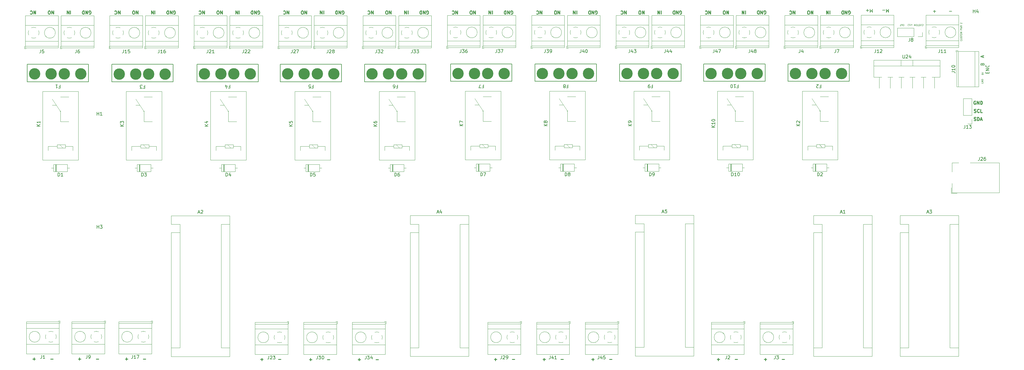
<source format=gbr>
%TF.GenerationSoftware,KiCad,Pcbnew,(6.0.4)*%
%TF.CreationDate,2023-03-07T14:55:24-05:00*%
%TF.ProjectId,Pyrolysis,5079726f-6c79-4736-9973-2e6b69636164,rev?*%
%TF.SameCoordinates,Original*%
%TF.FileFunction,Legend,Top*%
%TF.FilePolarity,Positive*%
%FSLAX46Y46*%
G04 Gerber Fmt 4.6, Leading zero omitted, Abs format (unit mm)*
G04 Created by KiCad (PCBNEW (6.0.4)) date 2023-03-07 14:55:24*
%MOMM*%
%LPD*%
G01*
G04 APERTURE LIST*
%ADD10C,0.250000*%
%ADD11C,0.125000*%
%ADD12C,0.150000*%
%ADD13C,0.120000*%
%ADD14C,3.500000*%
G04 APERTURE END LIST*
D10*
X456809523Y-177047619D02*
X456809523Y-178047619D01*
X456238095Y-177047619D01*
X456238095Y-178047619D01*
X455571428Y-178047619D02*
X455380952Y-178047619D01*
X455285714Y-178000000D01*
X455190476Y-177904761D01*
X455142857Y-177714285D01*
X455142857Y-177380952D01*
X455190476Y-177190476D01*
X455285714Y-177095238D01*
X455380952Y-177047619D01*
X455571428Y-177047619D01*
X455666666Y-177095238D01*
X455761904Y-177190476D01*
X455809523Y-177380952D01*
X455809523Y-177714285D01*
X455761904Y-177904761D01*
X455666666Y-178000000D01*
X455571428Y-178047619D01*
D11*
X484770000Y-181653809D02*
X484674761Y-181653809D01*
X484627142Y-181630000D01*
X484579523Y-181582380D01*
X484555714Y-181487142D01*
X484555714Y-181320476D01*
X484579523Y-181225238D01*
X484627142Y-181177619D01*
X484674761Y-181153809D01*
X484770000Y-181153809D01*
X484817619Y-181177619D01*
X484865238Y-181225238D01*
X484889047Y-181320476D01*
X484889047Y-181487142D01*
X484865238Y-181582380D01*
X484817619Y-181630000D01*
X484770000Y-181653809D01*
X484341428Y-181653809D02*
X484341428Y-181249047D01*
X484317619Y-181201428D01*
X484293809Y-181177619D01*
X484246190Y-181153809D01*
X484150952Y-181153809D01*
X484103333Y-181177619D01*
X484079523Y-181201428D01*
X484055714Y-181249047D01*
X484055714Y-181653809D01*
X483889047Y-181653809D02*
X483603333Y-181653809D01*
X483746190Y-181153809D02*
X483746190Y-181653809D01*
X502678571Y-185988095D02*
X502702380Y-186011904D01*
X502726190Y-186083333D01*
X502726190Y-186130952D01*
X502702380Y-186202380D01*
X502654761Y-186250000D01*
X502607142Y-186273809D01*
X502511904Y-186297619D01*
X502440476Y-186297619D01*
X502345238Y-186273809D01*
X502297619Y-186250000D01*
X502250000Y-186202380D01*
X502226190Y-186130952D01*
X502226190Y-186083333D01*
X502250000Y-186011904D01*
X502273809Y-185988095D01*
X502226190Y-185773809D02*
X502630952Y-185773809D01*
X502678571Y-185750000D01*
X502702380Y-185726190D01*
X502726190Y-185678571D01*
X502726190Y-185583333D01*
X502702380Y-185535714D01*
X502678571Y-185511904D01*
X502630952Y-185488095D01*
X502226190Y-185488095D01*
X502702380Y-185273809D02*
X502726190Y-185202380D01*
X502726190Y-185083333D01*
X502702380Y-185035714D01*
X502678571Y-185011904D01*
X502630952Y-184988095D01*
X502583333Y-184988095D01*
X502535714Y-185011904D01*
X502511904Y-185035714D01*
X502488095Y-185083333D01*
X502464285Y-185178571D01*
X502440476Y-185226190D01*
X502416666Y-185250000D01*
X502369047Y-185273809D01*
X502321428Y-185273809D01*
X502273809Y-185250000D01*
X502250000Y-185226190D01*
X502226190Y-185178571D01*
X502226190Y-185059523D01*
X502250000Y-184988095D01*
X502226190Y-184845238D02*
X502226190Y-184559523D01*
X502726190Y-184702380D02*
X502226190Y-184702380D01*
X502226190Y-184297619D02*
X502226190Y-184202380D01*
X502250000Y-184154761D01*
X502297619Y-184107142D01*
X502392857Y-184083333D01*
X502559523Y-184083333D01*
X502654761Y-184107142D01*
X502702380Y-184154761D01*
X502726190Y-184202380D01*
X502726190Y-184297619D01*
X502702380Y-184345238D01*
X502654761Y-184392857D01*
X502559523Y-184416666D01*
X502392857Y-184416666D01*
X502297619Y-184392857D01*
X502250000Y-184345238D01*
X502226190Y-184297619D01*
X502726190Y-183869047D02*
X502226190Y-183869047D01*
X502583333Y-183702380D01*
X502226190Y-183535714D01*
X502726190Y-183535714D01*
X502726190Y-182916666D02*
X502226190Y-182916666D01*
X502226190Y-182726190D01*
X502250000Y-182678571D01*
X502273809Y-182654761D01*
X502321428Y-182630952D01*
X502392857Y-182630952D01*
X502440476Y-182654761D01*
X502464285Y-182678571D01*
X502488095Y-182726190D01*
X502488095Y-182916666D01*
X502226190Y-182464285D02*
X502726190Y-182345238D01*
X502369047Y-182250000D01*
X502726190Y-182154761D01*
X502226190Y-182035714D01*
X502726190Y-181559523D02*
X502488095Y-181726190D01*
X502726190Y-181845238D02*
X502226190Y-181845238D01*
X502226190Y-181654761D01*
X502250000Y-181607142D01*
X502273809Y-181583333D01*
X502321428Y-181559523D01*
X502392857Y-181559523D01*
X502440476Y-181583333D01*
X502464285Y-181607142D01*
X502488095Y-181654761D01*
X502488095Y-181845238D01*
X502273809Y-180988095D02*
X502250000Y-180964285D01*
X502226190Y-180916666D01*
X502226190Y-180797619D01*
X502250000Y-180750000D01*
X502273809Y-180726190D01*
X502321428Y-180702380D01*
X502369047Y-180702380D01*
X502440476Y-180726190D01*
X502726190Y-181011904D01*
X502726190Y-180702380D01*
D10*
X399285714Y-177047619D02*
X399285714Y-178047619D01*
X398714285Y-177047619D01*
X398714285Y-178047619D01*
X397666666Y-177142857D02*
X397714285Y-177095238D01*
X397857142Y-177047619D01*
X397952380Y-177047619D01*
X398095238Y-177095238D01*
X398190476Y-177190476D01*
X398238095Y-177285714D01*
X398285714Y-177476190D01*
X398285714Y-177619047D01*
X398238095Y-177809523D01*
X398190476Y-177904761D01*
X398095238Y-178000000D01*
X397952380Y-178047619D01*
X397857142Y-178047619D01*
X397714285Y-178000000D01*
X397666666Y-177952380D01*
D12*
X499620952Y-177188571D02*
X498859047Y-177188571D01*
D10*
X389761904Y-178000000D02*
X389857142Y-178047619D01*
X390000000Y-178047619D01*
X390142857Y-178000000D01*
X390238095Y-177904761D01*
X390285714Y-177809523D01*
X390333333Y-177619047D01*
X390333333Y-177476190D01*
X390285714Y-177285714D01*
X390238095Y-177190476D01*
X390142857Y-177095238D01*
X390000000Y-177047619D01*
X389904761Y-177047619D01*
X389761904Y-177095238D01*
X389714285Y-177142857D01*
X389714285Y-177476190D01*
X389904761Y-177476190D01*
X389285714Y-177047619D02*
X389285714Y-178047619D01*
X388714285Y-177047619D01*
X388714285Y-178047619D01*
X388238095Y-177047619D02*
X388238095Y-178047619D01*
X388000000Y-178047619D01*
X387857142Y-178000000D01*
X387761904Y-177904761D01*
X387714285Y-177809523D01*
X387666666Y-177619047D01*
X387666666Y-177476190D01*
X387714285Y-177285714D01*
X387761904Y-177190476D01*
X387857142Y-177095238D01*
X388000000Y-177047619D01*
X388238095Y-177047619D01*
X415761904Y-178000000D02*
X415857142Y-178047619D01*
X416000000Y-178047619D01*
X416142857Y-178000000D01*
X416238095Y-177904761D01*
X416285714Y-177809523D01*
X416333333Y-177619047D01*
X416333333Y-177476190D01*
X416285714Y-177285714D01*
X416238095Y-177190476D01*
X416142857Y-177095238D01*
X416000000Y-177047619D01*
X415904761Y-177047619D01*
X415761904Y-177095238D01*
X415714285Y-177142857D01*
X415714285Y-177476190D01*
X415904761Y-177476190D01*
X415285714Y-177047619D02*
X415285714Y-178047619D01*
X414714285Y-177047619D01*
X414714285Y-178047619D01*
X414238095Y-177047619D02*
X414238095Y-178047619D01*
X414000000Y-178047619D01*
X413857142Y-178000000D01*
X413761904Y-177904761D01*
X413714285Y-177809523D01*
X413666666Y-177619047D01*
X413666666Y-177476190D01*
X413714285Y-177285714D01*
X413761904Y-177190476D01*
X413857142Y-177095238D01*
X414000000Y-177047619D01*
X414238095Y-177047619D01*
X326809523Y-177047619D02*
X326809523Y-178047619D01*
X326238095Y-177047619D01*
X326238095Y-178047619D01*
X325571428Y-178047619D02*
X325380952Y-178047619D01*
X325285714Y-178000000D01*
X325190476Y-177904761D01*
X325142857Y-177714285D01*
X325142857Y-177380952D01*
X325190476Y-177190476D01*
X325285714Y-177095238D01*
X325380952Y-177047619D01*
X325571428Y-177047619D01*
X325666666Y-177095238D01*
X325761904Y-177190476D01*
X325809523Y-177380952D01*
X325809523Y-177714285D01*
X325761904Y-177904761D01*
X325666666Y-178000000D01*
X325571428Y-178047619D01*
X432789047Y-284571428D02*
X433550952Y-284571428D01*
X337761904Y-178000000D02*
X337857142Y-178047619D01*
X338000000Y-178047619D01*
X338142857Y-178000000D01*
X338238095Y-177904761D01*
X338285714Y-177809523D01*
X338333333Y-177619047D01*
X338333333Y-177476190D01*
X338285714Y-177285714D01*
X338238095Y-177190476D01*
X338142857Y-177095238D01*
X338000000Y-177047619D01*
X337904761Y-177047619D01*
X337761904Y-177095238D01*
X337714285Y-177142857D01*
X337714285Y-177476190D01*
X337904761Y-177476190D01*
X337285714Y-177047619D02*
X337285714Y-178047619D01*
X336714285Y-177047619D01*
X336714285Y-178047619D01*
X336238095Y-177047619D02*
X336238095Y-178047619D01*
X336000000Y-178047619D01*
X335857142Y-178000000D01*
X335761904Y-177904761D01*
X335714285Y-177809523D01*
X335666666Y-177619047D01*
X335666666Y-177476190D01*
X335714285Y-177285714D01*
X335761904Y-177190476D01*
X335857142Y-177095238D01*
X336000000Y-177047619D01*
X336238095Y-177047619D01*
X506509523Y-208329761D02*
X506652380Y-208377380D01*
X506890476Y-208377380D01*
X506985714Y-208329761D01*
X507033333Y-208282142D01*
X507080952Y-208186904D01*
X507080952Y-208091666D01*
X507033333Y-207996428D01*
X506985714Y-207948809D01*
X506890476Y-207901190D01*
X506700000Y-207853571D01*
X506604761Y-207805952D01*
X506557142Y-207758333D01*
X506509523Y-207663095D01*
X506509523Y-207567857D01*
X506557142Y-207472619D01*
X506604761Y-207425000D01*
X506700000Y-207377380D01*
X506938095Y-207377380D01*
X507080952Y-207425000D01*
X508080952Y-208282142D02*
X508033333Y-208329761D01*
X507890476Y-208377380D01*
X507795238Y-208377380D01*
X507652380Y-208329761D01*
X507557142Y-208234523D01*
X507509523Y-208139285D01*
X507461904Y-207948809D01*
X507461904Y-207805952D01*
X507509523Y-207615476D01*
X507557142Y-207520238D01*
X507652380Y-207425000D01*
X507795238Y-207377380D01*
X507890476Y-207377380D01*
X508033333Y-207425000D01*
X508080952Y-207472619D01*
X508985714Y-208377380D02*
X508509523Y-208377380D01*
X508509523Y-207377380D01*
X244919047Y-284416428D02*
X245680952Y-284416428D01*
X245300000Y-284797380D02*
X245300000Y-284035476D01*
X364119047Y-284571428D02*
X364880952Y-284571428D01*
X388619047Y-284571428D02*
X389380952Y-284571428D01*
X389000000Y-284952380D02*
X389000000Y-284190476D01*
X379119047Y-284571428D02*
X379880952Y-284571428D01*
X254023809Y-177047619D02*
X254023809Y-178047619D01*
X253547619Y-177047619D02*
X253547619Y-178047619D01*
X252976190Y-177047619D01*
X252976190Y-178047619D01*
X410023809Y-177047619D02*
X410023809Y-178047619D01*
X409547619Y-177047619D02*
X409547619Y-178047619D01*
X408976190Y-177047619D01*
X408976190Y-178047619D01*
X259761904Y-178000000D02*
X259857142Y-178047619D01*
X260000000Y-178047619D01*
X260142857Y-178000000D01*
X260238095Y-177904761D01*
X260285714Y-177809523D01*
X260333333Y-177619047D01*
X260333333Y-177476190D01*
X260285714Y-177285714D01*
X260238095Y-177190476D01*
X260142857Y-177095238D01*
X260000000Y-177047619D01*
X259904761Y-177047619D01*
X259761904Y-177095238D01*
X259714285Y-177142857D01*
X259714285Y-177476190D01*
X259904761Y-177476190D01*
X259285714Y-177047619D02*
X259285714Y-178047619D01*
X258714285Y-177047619D01*
X258714285Y-178047619D01*
X258238095Y-177047619D02*
X258238095Y-178047619D01*
X258000000Y-178047619D01*
X257857142Y-178000000D01*
X257761904Y-177904761D01*
X257714285Y-177809523D01*
X257666666Y-177619047D01*
X257666666Y-177476190D01*
X257714285Y-177285714D01*
X257761904Y-177190476D01*
X257857142Y-177095238D01*
X258000000Y-177047619D01*
X258238095Y-177047619D01*
X321285714Y-177047619D02*
X321285714Y-178047619D01*
X320714285Y-177047619D01*
X320714285Y-178047619D01*
X319666666Y-177142857D02*
X319714285Y-177095238D01*
X319857142Y-177047619D01*
X319952380Y-177047619D01*
X320095238Y-177095238D01*
X320190476Y-177190476D01*
X320238095Y-177285714D01*
X320285714Y-177476190D01*
X320285714Y-177619047D01*
X320238095Y-177809523D01*
X320190476Y-177904761D01*
X320095238Y-178000000D01*
X319952380Y-178047619D01*
X319857142Y-178047619D01*
X319714285Y-178000000D01*
X319666666Y-177952380D01*
X462023809Y-177047619D02*
X462023809Y-178047619D01*
X461547619Y-177047619D02*
X461547619Y-178047619D01*
X460976190Y-177047619D01*
X460976190Y-178047619D01*
X506485714Y-210829761D02*
X506628571Y-210877380D01*
X506866666Y-210877380D01*
X506961904Y-210829761D01*
X507009523Y-210782142D01*
X507057142Y-210686904D01*
X507057142Y-210591666D01*
X507009523Y-210496428D01*
X506961904Y-210448809D01*
X506866666Y-210401190D01*
X506676190Y-210353571D01*
X506580952Y-210305952D01*
X506533333Y-210258333D01*
X506485714Y-210163095D01*
X506485714Y-210067857D01*
X506533333Y-209972619D01*
X506580952Y-209925000D01*
X506676190Y-209877380D01*
X506914285Y-209877380D01*
X507057142Y-209925000D01*
X507485714Y-210877380D02*
X507485714Y-209877380D01*
X507723809Y-209877380D01*
X507866666Y-209925000D01*
X507961904Y-210020238D01*
X508009523Y-210115476D01*
X508057142Y-210305952D01*
X508057142Y-210448809D01*
X508009523Y-210639285D01*
X507961904Y-210734523D01*
X507866666Y-210829761D01*
X507723809Y-210877380D01*
X507485714Y-210877380D01*
X508438095Y-210591666D02*
X508914285Y-210591666D01*
X508342857Y-210877380D02*
X508676190Y-209877380D01*
X509009523Y-210877380D01*
X221919047Y-284416428D02*
X222680952Y-284416428D01*
X316637362Y-284610604D02*
X317399267Y-284610604D01*
X317018315Y-284991556D02*
X317018315Y-284229652D01*
X384023809Y-177047619D02*
X384023809Y-178047619D01*
X383547619Y-177047619D02*
X383547619Y-178047619D01*
X382976190Y-177047619D01*
X382976190Y-178047619D01*
X430809523Y-177047619D02*
X430809523Y-178047619D01*
X430238095Y-177047619D01*
X430238095Y-178047619D01*
X429571428Y-178047619D02*
X429380952Y-178047619D01*
X429285714Y-178000000D01*
X429190476Y-177904761D01*
X429142857Y-177714285D01*
X429142857Y-177380952D01*
X429190476Y-177190476D01*
X429285714Y-177095238D01*
X429380952Y-177047619D01*
X429571428Y-177047619D01*
X429666666Y-177095238D01*
X429761904Y-177190476D01*
X429809523Y-177380952D01*
X429809523Y-177714285D01*
X429761904Y-177904761D01*
X429666666Y-178000000D01*
X429571428Y-178047619D01*
D11*
X508800000Y-199125952D02*
X508776190Y-199173571D01*
X508776190Y-199245000D01*
X508800000Y-199316428D01*
X508847619Y-199364047D01*
X508895238Y-199387857D01*
X508990476Y-199411666D01*
X509061904Y-199411666D01*
X509157142Y-199387857D01*
X509204761Y-199364047D01*
X509252380Y-199316428D01*
X509276190Y-199245000D01*
X509276190Y-199197380D01*
X509252380Y-199125952D01*
X509228571Y-199102142D01*
X509061904Y-199102142D01*
X509061904Y-199197380D01*
X509276190Y-198887857D02*
X508776190Y-198887857D01*
X509276190Y-198602142D01*
X508776190Y-198602142D01*
X509276190Y-198364047D02*
X508776190Y-198364047D01*
X508776190Y-198245000D01*
X508800000Y-198173571D01*
X508847619Y-198125952D01*
X508895238Y-198102142D01*
X508990476Y-198078333D01*
X509061904Y-198078333D01*
X509157142Y-198102142D01*
X509204761Y-198125952D01*
X509252380Y-198173571D01*
X509276190Y-198245000D01*
X509276190Y-198364047D01*
D10*
X394119047Y-284571428D02*
X394880952Y-284571428D01*
X441789047Y-284571428D02*
X442550952Y-284571428D01*
X442170000Y-284952380D02*
X442170000Y-284190476D01*
X274809523Y-177047619D02*
X274809523Y-178047619D01*
X274238095Y-177047619D01*
X274238095Y-178047619D01*
X273571428Y-178047619D02*
X273380952Y-178047619D01*
X273285714Y-178000000D01*
X273190476Y-177904761D01*
X273142857Y-177714285D01*
X273142857Y-177380952D01*
X273190476Y-177190476D01*
X273285714Y-177095238D01*
X273380952Y-177047619D01*
X273571428Y-177047619D01*
X273666666Y-177095238D01*
X273761904Y-177190476D01*
X273809523Y-177380952D01*
X273809523Y-177714285D01*
X273761904Y-177904761D01*
X273666666Y-178000000D01*
X273571428Y-178047619D01*
X307137362Y-284610604D02*
X307899267Y-284610604D01*
X373285714Y-177047619D02*
X373285714Y-178047619D01*
X372714285Y-177047619D01*
X372714285Y-178047619D01*
X371666666Y-177142857D02*
X371714285Y-177095238D01*
X371857142Y-177047619D01*
X371952380Y-177047619D01*
X372095238Y-177095238D01*
X372190476Y-177190476D01*
X372238095Y-177285714D01*
X372285714Y-177476190D01*
X372285714Y-177619047D01*
X372238095Y-177809523D01*
X372190476Y-177904761D01*
X372095238Y-178000000D01*
X371952380Y-178047619D01*
X371857142Y-178047619D01*
X371714285Y-178000000D01*
X371666666Y-177952380D01*
D11*
X490490333Y-181181428D02*
X490514142Y-181157619D01*
X490585571Y-181133809D01*
X490633190Y-181133809D01*
X490704619Y-181157619D01*
X490752238Y-181205238D01*
X490776047Y-181252857D01*
X490799857Y-181348095D01*
X490799857Y-181419523D01*
X490776047Y-181514761D01*
X490752238Y-181562380D01*
X490704619Y-181610000D01*
X490633190Y-181633809D01*
X490585571Y-181633809D01*
X490514142Y-181610000D01*
X490490333Y-181586190D01*
X490276047Y-181633809D02*
X490276047Y-181229047D01*
X490252238Y-181181428D01*
X490228428Y-181157619D01*
X490180809Y-181133809D01*
X490085571Y-181133809D01*
X490037952Y-181157619D01*
X490014142Y-181181428D01*
X489990333Y-181229047D01*
X489990333Y-181633809D01*
X489776047Y-181157619D02*
X489704619Y-181133809D01*
X489585571Y-181133809D01*
X489537952Y-181157619D01*
X489514142Y-181181428D01*
X489490333Y-181229047D01*
X489490333Y-181276666D01*
X489514142Y-181324285D01*
X489537952Y-181348095D01*
X489585571Y-181371904D01*
X489680809Y-181395714D01*
X489728428Y-181419523D01*
X489752238Y-181443333D01*
X489776047Y-181490952D01*
X489776047Y-181538571D01*
X489752238Y-181586190D01*
X489728428Y-181610000D01*
X489680809Y-181633809D01*
X489561761Y-181633809D01*
X489490333Y-181610000D01*
X489347476Y-181633809D02*
X489061761Y-181633809D01*
X489204619Y-181133809D02*
X489204619Y-181633809D01*
X488799857Y-181633809D02*
X488704619Y-181633809D01*
X488657000Y-181610000D01*
X488609380Y-181562380D01*
X488585571Y-181467142D01*
X488585571Y-181300476D01*
X488609380Y-181205238D01*
X488657000Y-181157619D01*
X488704619Y-181133809D01*
X488799857Y-181133809D01*
X488847476Y-181157619D01*
X488895095Y-181205238D01*
X488918904Y-181300476D01*
X488918904Y-181467142D01*
X488895095Y-181562380D01*
X488847476Y-181610000D01*
X488799857Y-181633809D01*
X488371285Y-181133809D02*
X488371285Y-181633809D01*
X488204619Y-181276666D01*
X488037952Y-181633809D01*
X488037952Y-181133809D01*
D10*
X248809523Y-177047619D02*
X248809523Y-178047619D01*
X248238095Y-177047619D01*
X248238095Y-178047619D01*
X247571428Y-178047619D02*
X247380952Y-178047619D01*
X247285714Y-178000000D01*
X247190476Y-177904761D01*
X247142857Y-177714285D01*
X247142857Y-177380952D01*
X247190476Y-177190476D01*
X247285714Y-177095238D01*
X247380952Y-177047619D01*
X247571428Y-177047619D01*
X247666666Y-177095238D01*
X247761904Y-177190476D01*
X247809523Y-177380952D01*
X247809523Y-177714285D01*
X247761904Y-177904761D01*
X247666666Y-178000000D01*
X247571428Y-178047619D01*
X233761904Y-178000000D02*
X233857142Y-178047619D01*
X234000000Y-178047619D01*
X234142857Y-178000000D01*
X234238095Y-177904761D01*
X234285714Y-177809523D01*
X234333333Y-177619047D01*
X234333333Y-177476190D01*
X234285714Y-177285714D01*
X234238095Y-177190476D01*
X234142857Y-177095238D01*
X234000000Y-177047619D01*
X233904761Y-177047619D01*
X233761904Y-177095238D01*
X233714285Y-177142857D01*
X233714285Y-177476190D01*
X233904761Y-177476190D01*
X233285714Y-177047619D02*
X233285714Y-178047619D01*
X232714285Y-177047619D01*
X232714285Y-178047619D01*
X232238095Y-177047619D02*
X232238095Y-178047619D01*
X232000000Y-178047619D01*
X231857142Y-178000000D01*
X231761904Y-177904761D01*
X231714285Y-177809523D01*
X231666666Y-177619047D01*
X231666666Y-177476190D01*
X231714285Y-177285714D01*
X231761904Y-177190476D01*
X231857142Y-177095238D01*
X232000000Y-177047619D01*
X232238095Y-177047619D01*
X230419047Y-284416428D02*
X231180952Y-284416428D01*
X230800000Y-284797380D02*
X230800000Y-284035476D01*
X373619047Y-284571428D02*
X374380952Y-284571428D01*
X374000000Y-284952380D02*
X374000000Y-284190476D01*
X286619047Y-284571428D02*
X287380952Y-284571428D01*
X287000000Y-284952380D02*
X287000000Y-284190476D01*
X217285714Y-177047619D02*
X217285714Y-178047619D01*
X216714285Y-177047619D01*
X216714285Y-178047619D01*
X215666666Y-177142857D02*
X215714285Y-177095238D01*
X215857142Y-177047619D01*
X215952380Y-177047619D01*
X216095238Y-177095238D01*
X216190476Y-177190476D01*
X216238095Y-177285714D01*
X216285714Y-177476190D01*
X216285714Y-177619047D01*
X216238095Y-177809523D01*
X216190476Y-177904761D01*
X216095238Y-178000000D01*
X215952380Y-178047619D01*
X215857142Y-178047619D01*
X215714285Y-178000000D01*
X215666666Y-177952380D01*
X269285714Y-177047619D02*
X269285714Y-178047619D01*
X268714285Y-177047619D01*
X268714285Y-178047619D01*
X267666666Y-177142857D02*
X267714285Y-177095238D01*
X267857142Y-177047619D01*
X267952380Y-177047619D01*
X268095238Y-177095238D01*
X268190476Y-177190476D01*
X268238095Y-177285714D01*
X268285714Y-177476190D01*
X268285714Y-177619047D01*
X268238095Y-177809523D01*
X268190476Y-177904761D01*
X268095238Y-178000000D01*
X267952380Y-178047619D01*
X267857142Y-178047619D01*
X267714285Y-178000000D01*
X267666666Y-177952380D01*
X467761904Y-178000000D02*
X467857142Y-178047619D01*
X468000000Y-178047619D01*
X468142857Y-178000000D01*
X468238095Y-177904761D01*
X468285714Y-177809523D01*
X468333333Y-177619047D01*
X468333333Y-177476190D01*
X468285714Y-177285714D01*
X468238095Y-177190476D01*
X468142857Y-177095238D01*
X468000000Y-177047619D01*
X467904761Y-177047619D01*
X467761904Y-177095238D01*
X467714285Y-177142857D01*
X467714285Y-177476190D01*
X467904761Y-177476190D01*
X467285714Y-177047619D02*
X467285714Y-178047619D01*
X466714285Y-177047619D01*
X466714285Y-178047619D01*
X466238095Y-177047619D02*
X466238095Y-178047619D01*
X466000000Y-178047619D01*
X465857142Y-178000000D01*
X465761904Y-177904761D01*
X465714285Y-177809523D01*
X465666666Y-177619047D01*
X465666666Y-177476190D01*
X465714285Y-177285714D01*
X465761904Y-177190476D01*
X465857142Y-177095238D01*
X466000000Y-177047619D01*
X466238095Y-177047619D01*
X425285714Y-177047619D02*
X425285714Y-178047619D01*
X424714285Y-177047619D01*
X424714285Y-178047619D01*
X423666666Y-177142857D02*
X423714285Y-177095238D01*
X423857142Y-177047619D01*
X423952380Y-177047619D01*
X424095238Y-177095238D01*
X424190476Y-177190476D01*
X424238095Y-177285714D01*
X424285714Y-177476190D01*
X424285714Y-177619047D01*
X424238095Y-177809523D01*
X424190476Y-177904761D01*
X424095238Y-178000000D01*
X423952380Y-178047619D01*
X423857142Y-178047619D01*
X423714285Y-178000000D01*
X423666666Y-177952380D01*
D11*
X508816190Y-196440238D02*
X508816190Y-196678333D01*
X509054285Y-196702142D01*
X509030476Y-196678333D01*
X509006666Y-196630714D01*
X509006666Y-196511666D01*
X509030476Y-196464047D01*
X509054285Y-196440238D01*
X509101904Y-196416428D01*
X509220952Y-196416428D01*
X509268571Y-196440238D01*
X509292380Y-196464047D01*
X509316190Y-196511666D01*
X509316190Y-196630714D01*
X509292380Y-196678333D01*
X509268571Y-196702142D01*
X508816190Y-196273571D02*
X509316190Y-196106904D01*
X508816190Y-195940238D01*
D10*
X301637362Y-284610604D02*
X302399267Y-284610604D01*
X302018315Y-284991556D02*
X302018315Y-284229652D01*
X352809523Y-177047619D02*
X352809523Y-178047619D01*
X352238095Y-177047619D01*
X352238095Y-178047619D01*
X351571428Y-178047619D02*
X351380952Y-178047619D01*
X351285714Y-178000000D01*
X351190476Y-177904761D01*
X351142857Y-177714285D01*
X351142857Y-177380952D01*
X351190476Y-177190476D01*
X351285714Y-177095238D01*
X351380952Y-177047619D01*
X351571428Y-177047619D01*
X351666666Y-177095238D01*
X351761904Y-177190476D01*
X351809523Y-177380952D01*
X351809523Y-177714285D01*
X351761904Y-177904761D01*
X351666666Y-178000000D01*
X351571428Y-178047619D01*
X506938095Y-204925000D02*
X506842857Y-204877380D01*
X506700000Y-204877380D01*
X506557142Y-204925000D01*
X506461904Y-205020238D01*
X506414285Y-205115476D01*
X506366666Y-205305952D01*
X506366666Y-205448809D01*
X506414285Y-205639285D01*
X506461904Y-205734523D01*
X506557142Y-205829761D01*
X506700000Y-205877380D01*
X506795238Y-205877380D01*
X506938095Y-205829761D01*
X506985714Y-205782142D01*
X506985714Y-205448809D01*
X506795238Y-205448809D01*
X507414285Y-205877380D02*
X507414285Y-204877380D01*
X507985714Y-205877380D01*
X507985714Y-204877380D01*
X508461904Y-205877380D02*
X508461904Y-204877380D01*
X508700000Y-204877380D01*
X508842857Y-204925000D01*
X508938095Y-205020238D01*
X508985714Y-205115476D01*
X509033333Y-205305952D01*
X509033333Y-205448809D01*
X508985714Y-205639285D01*
X508938095Y-205734523D01*
X508842857Y-205829761D01*
X508700000Y-205877380D01*
X508461904Y-205877380D01*
X285761904Y-178000000D02*
X285857142Y-178047619D01*
X286000000Y-178047619D01*
X286142857Y-178000000D01*
X286238095Y-177904761D01*
X286285714Y-177809523D01*
X286333333Y-177619047D01*
X286333333Y-177476190D01*
X286285714Y-177285714D01*
X286238095Y-177190476D01*
X286142857Y-177095238D01*
X286000000Y-177047619D01*
X285904761Y-177047619D01*
X285761904Y-177095238D01*
X285714285Y-177142857D01*
X285714285Y-177476190D01*
X285904761Y-177476190D01*
X285285714Y-177047619D02*
X285285714Y-178047619D01*
X284714285Y-177047619D01*
X284714285Y-178047619D01*
X284238095Y-177047619D02*
X284238095Y-178047619D01*
X284000000Y-178047619D01*
X283857142Y-178000000D01*
X283761904Y-177904761D01*
X283714285Y-177809523D01*
X283666666Y-177619047D01*
X283666666Y-177476190D01*
X283714285Y-177285714D01*
X283761904Y-177190476D01*
X283857142Y-177095238D01*
X284000000Y-177047619D01*
X284238095Y-177047619D01*
X436023809Y-177047619D02*
X436023809Y-178047619D01*
X435547619Y-177047619D02*
X435547619Y-178047619D01*
X434976190Y-177047619D01*
X434976190Y-178047619D01*
X347285714Y-177047619D02*
X347285714Y-178047619D01*
X346714285Y-177047619D01*
X346714285Y-178047619D01*
X345666666Y-177142857D02*
X345714285Y-177095238D01*
X345857142Y-177047619D01*
X345952380Y-177047619D01*
X346095238Y-177095238D01*
X346190476Y-177190476D01*
X346238095Y-177285714D01*
X346285714Y-177476190D01*
X346285714Y-177619047D01*
X346238095Y-177809523D01*
X346190476Y-177904761D01*
X346095238Y-178000000D01*
X345952380Y-178047619D01*
X345857142Y-178047619D01*
X345714285Y-178000000D01*
X345666666Y-177952380D01*
X363761904Y-178000000D02*
X363857142Y-178047619D01*
X364000000Y-178047619D01*
X364142857Y-178000000D01*
X364238095Y-177904761D01*
X364285714Y-177809523D01*
X364333333Y-177619047D01*
X364333333Y-177476190D01*
X364285714Y-177285714D01*
X364238095Y-177190476D01*
X364142857Y-177095238D01*
X364000000Y-177047619D01*
X363904761Y-177047619D01*
X363761904Y-177095238D01*
X363714285Y-177142857D01*
X363714285Y-177476190D01*
X363904761Y-177476190D01*
X363285714Y-177047619D02*
X363285714Y-178047619D01*
X362714285Y-177047619D01*
X362714285Y-178047619D01*
X362238095Y-177047619D02*
X362238095Y-178047619D01*
X362000000Y-178047619D01*
X361857142Y-178000000D01*
X361761904Y-177904761D01*
X361714285Y-177809523D01*
X361666666Y-177619047D01*
X361666666Y-177476190D01*
X361714285Y-177285714D01*
X361761904Y-177190476D01*
X361857142Y-177095238D01*
X362000000Y-177047619D01*
X362238095Y-177047619D01*
X228023809Y-177047619D02*
X228023809Y-178047619D01*
X227547619Y-177047619D02*
X227547619Y-178047619D01*
X226976190Y-177047619D01*
X226976190Y-178047619D01*
X378809523Y-177047619D02*
X378809523Y-178047619D01*
X378238095Y-177047619D01*
X378238095Y-178047619D01*
X377571428Y-178047619D02*
X377380952Y-178047619D01*
X377285714Y-178000000D01*
X377190476Y-177904761D01*
X377142857Y-177714285D01*
X377142857Y-177380952D01*
X377190476Y-177190476D01*
X377285714Y-177095238D01*
X377380952Y-177047619D01*
X377571428Y-177047619D01*
X377666666Y-177095238D01*
X377761904Y-177190476D01*
X377809523Y-177380952D01*
X377809523Y-177714285D01*
X377761904Y-177904761D01*
X377666666Y-178000000D01*
X377571428Y-178047619D01*
X295285714Y-177047619D02*
X295285714Y-178047619D01*
X294714285Y-177047619D01*
X294714285Y-178047619D01*
X293666666Y-177142857D02*
X293714285Y-177095238D01*
X293857142Y-177047619D01*
X293952380Y-177047619D01*
X294095238Y-177095238D01*
X294190476Y-177190476D01*
X294238095Y-177285714D01*
X294285714Y-177476190D01*
X294285714Y-177619047D01*
X294238095Y-177809523D01*
X294190476Y-177904761D01*
X294095238Y-178000000D01*
X293952380Y-178047619D01*
X293857142Y-178047619D01*
X293714285Y-178000000D01*
X293666666Y-177952380D01*
X292119047Y-284571428D02*
X292880952Y-284571428D01*
D12*
X510578571Y-196346095D02*
X510578571Y-196012761D01*
X511102380Y-195869904D02*
X511102380Y-196346095D01*
X510102380Y-196346095D01*
X510102380Y-195869904D01*
X511102380Y-195441333D02*
X510102380Y-195441333D01*
X511102380Y-194869904D01*
X510102380Y-194869904D01*
X511007142Y-193822285D02*
X511054761Y-193869904D01*
X511102380Y-194012761D01*
X511102380Y-194108000D01*
X511054761Y-194250857D01*
X510959523Y-194346095D01*
X510864285Y-194393714D01*
X510673809Y-194441333D01*
X510530952Y-194441333D01*
X510340476Y-194393714D01*
X510245238Y-194346095D01*
X510150000Y-194250857D01*
X510102380Y-194108000D01*
X510102380Y-194012761D01*
X510150000Y-193869904D01*
X510197619Y-193822285D01*
D10*
X250419047Y-284416428D02*
X251180952Y-284416428D01*
D12*
X494311428Y-177590952D02*
X494311428Y-176829047D01*
X494692380Y-177210000D02*
X493930476Y-177210000D01*
D10*
X451285714Y-177047619D02*
X451285714Y-178047619D01*
X450714285Y-177047619D01*
X450714285Y-178047619D01*
X449666666Y-177142857D02*
X449714285Y-177095238D01*
X449857142Y-177047619D01*
X449952380Y-177047619D01*
X450095238Y-177095238D01*
X450190476Y-177190476D01*
X450238095Y-177285714D01*
X450285714Y-177476190D01*
X450285714Y-177619047D01*
X450238095Y-177809523D01*
X450190476Y-177904761D01*
X450095238Y-178000000D01*
X449952380Y-178047619D01*
X449857142Y-178047619D01*
X449714285Y-178000000D01*
X449666666Y-177952380D01*
D12*
X480162380Y-176487619D02*
X480162380Y-177487619D01*
X479829047Y-176773333D01*
X479495714Y-177487619D01*
X479495714Y-176487619D01*
X479019523Y-176868571D02*
X478257619Y-176868571D01*
D10*
X243285714Y-177047619D02*
X243285714Y-178047619D01*
X242714285Y-177047619D01*
X242714285Y-178047619D01*
X241666666Y-177142857D02*
X241714285Y-177095238D01*
X241857142Y-177047619D01*
X241952380Y-177047619D01*
X242095238Y-177095238D01*
X242190476Y-177190476D01*
X242238095Y-177285714D01*
X242285714Y-177476190D01*
X242285714Y-177619047D01*
X242238095Y-177809523D01*
X242190476Y-177904761D01*
X242095238Y-178000000D01*
X241952380Y-178047619D01*
X241857142Y-178047619D01*
X241714285Y-178000000D01*
X241666666Y-177952380D01*
X306023809Y-177047619D02*
X306023809Y-178047619D01*
X305547619Y-177047619D02*
X305547619Y-178047619D01*
X304976190Y-177047619D01*
X304976190Y-178047619D01*
X311761904Y-178000000D02*
X311857142Y-178047619D01*
X312000000Y-178047619D01*
X312142857Y-178000000D01*
X312238095Y-177904761D01*
X312285714Y-177809523D01*
X312333333Y-177619047D01*
X312333333Y-177476190D01*
X312285714Y-177285714D01*
X312238095Y-177190476D01*
X312142857Y-177095238D01*
X312000000Y-177047619D01*
X311904761Y-177047619D01*
X311761904Y-177095238D01*
X311714285Y-177142857D01*
X311714285Y-177476190D01*
X311904761Y-177476190D01*
X311285714Y-177047619D02*
X311285714Y-178047619D01*
X310714285Y-177047619D01*
X310714285Y-178047619D01*
X310238095Y-177047619D02*
X310238095Y-178047619D01*
X310000000Y-178047619D01*
X309857142Y-178000000D01*
X309761904Y-177904761D01*
X309714285Y-177809523D01*
X309666666Y-177619047D01*
X309666666Y-177476190D01*
X309714285Y-177285714D01*
X309761904Y-177190476D01*
X309857142Y-177095238D01*
X310000000Y-177047619D01*
X310238095Y-177047619D01*
D12*
X509078571Y-193473571D02*
X509126190Y-193330714D01*
X509173809Y-193283095D01*
X509269047Y-193235476D01*
X509411904Y-193235476D01*
X509507142Y-193283095D01*
X509554761Y-193330714D01*
X509602380Y-193425952D01*
X509602380Y-193806904D01*
X508602380Y-193806904D01*
X508602380Y-193473571D01*
X508650000Y-193378333D01*
X508697619Y-193330714D01*
X508792857Y-193283095D01*
X508888095Y-193283095D01*
X508983333Y-193330714D01*
X509030952Y-193378333D01*
X509078571Y-193473571D01*
X509078571Y-193806904D01*
X509256666Y-191383095D02*
X509256666Y-190906904D01*
X509542380Y-191478333D02*
X508542380Y-191145000D01*
X509542380Y-190811666D01*
D10*
X441754350Y-177939145D02*
X441849588Y-177986764D01*
X441992446Y-177986764D01*
X442135303Y-177939145D01*
X442230541Y-177843906D01*
X442278160Y-177748668D01*
X442325779Y-177558192D01*
X442325779Y-177415335D01*
X442278160Y-177224859D01*
X442230541Y-177129621D01*
X442135303Y-177034383D01*
X441992446Y-176986764D01*
X441897207Y-176986764D01*
X441754350Y-177034383D01*
X441706731Y-177082002D01*
X441706731Y-177415335D01*
X441897207Y-177415335D01*
X441278160Y-176986764D02*
X441278160Y-177986764D01*
X440706731Y-176986764D01*
X440706731Y-177986764D01*
X440230541Y-176986764D02*
X440230541Y-177986764D01*
X439992446Y-177986764D01*
X439849588Y-177939145D01*
X439754350Y-177843906D01*
X439706731Y-177748668D01*
X439659112Y-177558192D01*
X439659112Y-177415335D01*
X439706731Y-177224859D01*
X439754350Y-177129621D01*
X439849588Y-177034383D01*
X439992446Y-176986764D01*
X440230541Y-176986764D01*
X447289047Y-284571428D02*
X448050952Y-284571428D01*
X332023809Y-177047619D02*
X332023809Y-178047619D01*
X331547619Y-177047619D02*
X331547619Y-178047619D01*
X330976190Y-177047619D01*
X330976190Y-178047619D01*
X358023809Y-177047619D02*
X358023809Y-178047619D01*
X357547619Y-177047619D02*
X357547619Y-178047619D01*
X356976190Y-177047619D01*
X356976190Y-178047619D01*
X300809523Y-177047619D02*
X300809523Y-178047619D01*
X300238095Y-177047619D01*
X300238095Y-178047619D01*
X299571428Y-178047619D02*
X299380952Y-178047619D01*
X299285714Y-178000000D01*
X299190476Y-177904761D01*
X299142857Y-177714285D01*
X299142857Y-177380952D01*
X299190476Y-177190476D01*
X299285714Y-177095238D01*
X299380952Y-177047619D01*
X299571428Y-177047619D01*
X299666666Y-177095238D01*
X299761904Y-177190476D01*
X299809523Y-177380952D01*
X299809523Y-177714285D01*
X299761904Y-177904761D01*
X299666666Y-178000000D01*
X299571428Y-178047619D01*
X322137362Y-284610604D02*
X322899267Y-284610604D01*
D11*
X487406666Y-181324285D02*
X487025714Y-181324285D01*
X487216190Y-181133809D02*
X487216190Y-181514761D01*
X486525714Y-181133809D02*
X486811428Y-181133809D01*
X486668571Y-181133809D02*
X486668571Y-181633809D01*
X486716190Y-181562380D01*
X486763809Y-181514761D01*
X486811428Y-181490952D01*
X486335238Y-181586190D02*
X486311428Y-181610000D01*
X486263809Y-181633809D01*
X486144761Y-181633809D01*
X486097142Y-181610000D01*
X486073333Y-181586190D01*
X486049523Y-181538571D01*
X486049523Y-181490952D01*
X486073333Y-181419523D01*
X486359047Y-181133809D01*
X486049523Y-181133809D01*
D10*
X358619047Y-284571428D02*
X359380952Y-284571428D01*
X359000000Y-284952380D02*
X359000000Y-284190476D01*
X222809523Y-177047619D02*
X222809523Y-178047619D01*
X222238095Y-177047619D01*
X222238095Y-178047619D01*
X221571428Y-178047619D02*
X221380952Y-178047619D01*
X221285714Y-178000000D01*
X221190476Y-177904761D01*
X221142857Y-177714285D01*
X221142857Y-177380952D01*
X221190476Y-177190476D01*
X221285714Y-177095238D01*
X221380952Y-177047619D01*
X221571428Y-177047619D01*
X221666666Y-177095238D01*
X221761904Y-177190476D01*
X221809523Y-177380952D01*
X221809523Y-177714285D01*
X221761904Y-177904761D01*
X221666666Y-178000000D01*
X221571428Y-178047619D01*
X404809523Y-177047619D02*
X404809523Y-178047619D01*
X404238095Y-177047619D01*
X404238095Y-178047619D01*
X403571428Y-178047619D02*
X403380952Y-178047619D01*
X403285714Y-178000000D01*
X403190476Y-177904761D01*
X403142857Y-177714285D01*
X403142857Y-177380952D01*
X403190476Y-177190476D01*
X403285714Y-177095238D01*
X403380952Y-177047619D01*
X403571428Y-177047619D01*
X403666666Y-177095238D01*
X403761904Y-177190476D01*
X403809523Y-177380952D01*
X403809523Y-177714285D01*
X403761904Y-177904761D01*
X403666666Y-178000000D01*
X403571428Y-178047619D01*
X235919047Y-284416428D02*
X236680952Y-284416428D01*
X216419047Y-284416428D02*
X217180952Y-284416428D01*
X216800000Y-284797380D02*
X216800000Y-284035476D01*
X427289047Y-284571428D02*
X428050952Y-284571428D01*
X427670000Y-284952380D02*
X427670000Y-284190476D01*
X280023809Y-177047619D02*
X280023809Y-178047619D01*
X279547619Y-177047619D02*
X279547619Y-178047619D01*
X278976190Y-177047619D01*
X278976190Y-178047619D01*
D12*
X475162380Y-176527619D02*
X475162380Y-177527619D01*
X474829047Y-176813333D01*
X474495714Y-177527619D01*
X474495714Y-176527619D01*
X474019523Y-176908571D02*
X473257619Y-176908571D01*
X473638571Y-176527619D02*
X473638571Y-177289523D01*
%TO.C,J29*%
X360890476Y-283439880D02*
X360890476Y-284154166D01*
X360842857Y-284297023D01*
X360747619Y-284392261D01*
X360604761Y-284439880D01*
X360509523Y-284439880D01*
X361319047Y-283535119D02*
X361366666Y-283487500D01*
X361461904Y-283439880D01*
X361700000Y-283439880D01*
X361795238Y-283487500D01*
X361842857Y-283535119D01*
X361890476Y-283630357D01*
X361890476Y-283725595D01*
X361842857Y-283868452D01*
X361271428Y-284439880D01*
X361890476Y-284439880D01*
X362366666Y-284439880D02*
X362557142Y-284439880D01*
X362652380Y-284392261D01*
X362700000Y-284344642D01*
X362795238Y-284201785D01*
X362842857Y-284011309D01*
X362842857Y-283630357D01*
X362795238Y-283535119D01*
X362747619Y-283487500D01*
X362652380Y-283439880D01*
X362461904Y-283439880D01*
X362366666Y-283487500D01*
X362319047Y-283535119D01*
X362271428Y-283630357D01*
X362271428Y-283868452D01*
X362319047Y-283963690D01*
X362366666Y-284011309D01*
X362461904Y-284058928D01*
X362652380Y-284058928D01*
X362747619Y-284011309D01*
X362795238Y-283963690D01*
X362842857Y-283868452D01*
%TO.C,F7*%
X355023333Y-200316428D02*
X355356666Y-200316428D01*
X355356666Y-199792619D02*
X355356666Y-200792619D01*
X354880476Y-200792619D01*
X354594761Y-200792619D02*
X353928095Y-200792619D01*
X354356666Y-199792619D01*
%TO.C,*%
%TO.C,J47*%
X426390476Y-188952380D02*
X426390476Y-189666666D01*
X426342857Y-189809523D01*
X426247619Y-189904761D01*
X426104761Y-189952380D01*
X426009523Y-189952380D01*
X427295238Y-189285714D02*
X427295238Y-189952380D01*
X427057142Y-188904761D02*
X426819047Y-189619047D01*
X427438095Y-189619047D01*
X427723809Y-188952380D02*
X428390476Y-188952380D01*
X427961904Y-189952380D01*
%TO.C,J28*%
X307390476Y-189047380D02*
X307390476Y-189761666D01*
X307342857Y-189904523D01*
X307247619Y-189999761D01*
X307104761Y-190047380D01*
X307009523Y-190047380D01*
X307819047Y-189142619D02*
X307866666Y-189095000D01*
X307961904Y-189047380D01*
X308200000Y-189047380D01*
X308295238Y-189095000D01*
X308342857Y-189142619D01*
X308390476Y-189237857D01*
X308390476Y-189333095D01*
X308342857Y-189475952D01*
X307771428Y-190047380D01*
X308390476Y-190047380D01*
X308961904Y-189475952D02*
X308866666Y-189428333D01*
X308819047Y-189380714D01*
X308771428Y-189285476D01*
X308771428Y-189237857D01*
X308819047Y-189142619D01*
X308866666Y-189095000D01*
X308961904Y-189047380D01*
X309152380Y-189047380D01*
X309247619Y-189095000D01*
X309295238Y-189142619D01*
X309342857Y-189237857D01*
X309342857Y-189285476D01*
X309295238Y-189380714D01*
X309247619Y-189428333D01*
X309152380Y-189475952D01*
X308961904Y-189475952D01*
X308866666Y-189523571D01*
X308819047Y-189571190D01*
X308771428Y-189666428D01*
X308771428Y-189856904D01*
X308819047Y-189952142D01*
X308866666Y-189999761D01*
X308961904Y-190047380D01*
X309152380Y-190047380D01*
X309247619Y-189999761D01*
X309295238Y-189952142D01*
X309342857Y-189856904D01*
X309342857Y-189666428D01*
X309295238Y-189571190D01*
X309247619Y-189523571D01*
X309152380Y-189475952D01*
%TO.C,A5*%
X410405714Y-239086666D02*
X410881904Y-239086666D01*
X410310476Y-239372380D02*
X410643809Y-238372380D01*
X410977142Y-239372380D01*
X411786666Y-238372380D02*
X411310476Y-238372380D01*
X411262857Y-238848571D01*
X411310476Y-238800952D01*
X411405714Y-238753333D01*
X411643809Y-238753333D01*
X411739047Y-238800952D01*
X411786666Y-238848571D01*
X411834285Y-238943809D01*
X411834285Y-239181904D01*
X411786666Y-239277142D01*
X411739047Y-239324761D01*
X411643809Y-239372380D01*
X411405714Y-239372380D01*
X411310476Y-239324761D01*
X411262857Y-239277142D01*
%TO.C,J26*%
X508140476Y-222202380D02*
X508140476Y-222916666D01*
X508092857Y-223059523D01*
X507997619Y-223154761D01*
X507854761Y-223202380D01*
X507759523Y-223202380D01*
X508569047Y-222297619D02*
X508616666Y-222250000D01*
X508711904Y-222202380D01*
X508950000Y-222202380D01*
X509045238Y-222250000D01*
X509092857Y-222297619D01*
X509140476Y-222392857D01*
X509140476Y-222488095D01*
X509092857Y-222630952D01*
X508521428Y-223202380D01*
X509140476Y-223202380D01*
X509997619Y-222202380D02*
X509807142Y-222202380D01*
X509711904Y-222250000D01*
X509664285Y-222297619D01*
X509569047Y-222440476D01*
X509521428Y-222630952D01*
X509521428Y-223011904D01*
X509569047Y-223107142D01*
X509616666Y-223154761D01*
X509711904Y-223202380D01*
X509902380Y-223202380D01*
X509997619Y-223154761D01*
X510045238Y-223107142D01*
X510092857Y-223011904D01*
X510092857Y-222773809D01*
X510045238Y-222678571D01*
X509997619Y-222630952D01*
X509902380Y-222583333D01*
X509711904Y-222583333D01*
X509616666Y-222630952D01*
X509569047Y-222678571D01*
X509521428Y-222773809D01*
%TO.C,J33*%
X333390476Y-189047380D02*
X333390476Y-189761666D01*
X333342857Y-189904523D01*
X333247619Y-189999761D01*
X333104761Y-190047380D01*
X333009523Y-190047380D01*
X333771428Y-189047380D02*
X334390476Y-189047380D01*
X334057142Y-189428333D01*
X334200000Y-189428333D01*
X334295238Y-189475952D01*
X334342857Y-189523571D01*
X334390476Y-189618809D01*
X334390476Y-189856904D01*
X334342857Y-189952142D01*
X334295238Y-189999761D01*
X334200000Y-190047380D01*
X333914285Y-190047380D01*
X333819047Y-189999761D01*
X333771428Y-189952142D01*
X334723809Y-189047380D02*
X335342857Y-189047380D01*
X335009523Y-189428333D01*
X335152380Y-189428333D01*
X335247619Y-189475952D01*
X335295238Y-189523571D01*
X335342857Y-189618809D01*
X335342857Y-189856904D01*
X335295238Y-189952142D01*
X335247619Y-189999761D01*
X335152380Y-190047380D01*
X334866666Y-190047380D01*
X334771428Y-189999761D01*
X334723809Y-189952142D01*
%TO.C,J4*%
X452866666Y-188952380D02*
X452866666Y-189666666D01*
X452819047Y-189809523D01*
X452723809Y-189904761D01*
X452580952Y-189952380D01*
X452485714Y-189952380D01*
X453771428Y-189285714D02*
X453771428Y-189952380D01*
X453533333Y-188904761D02*
X453295238Y-189619047D01*
X453914285Y-189619047D01*
%TO.C,D8*%
X380461904Y-227952380D02*
X380461904Y-226952380D01*
X380700000Y-226952380D01*
X380842857Y-227000000D01*
X380938095Y-227095238D01*
X380985714Y-227190476D01*
X381033333Y-227380952D01*
X381033333Y-227523809D01*
X380985714Y-227714285D01*
X380938095Y-227809523D01*
X380842857Y-227904761D01*
X380700000Y-227952380D01*
X380461904Y-227952380D01*
X381604761Y-227380952D02*
X381509523Y-227333333D01*
X381461904Y-227285714D01*
X381414285Y-227190476D01*
X381414285Y-227142857D01*
X381461904Y-227047619D01*
X381509523Y-227000000D01*
X381604761Y-226952380D01*
X381795238Y-226952380D01*
X381890476Y-227000000D01*
X381938095Y-227047619D01*
X381985714Y-227142857D01*
X381985714Y-227190476D01*
X381938095Y-227285714D01*
X381890476Y-227333333D01*
X381795238Y-227380952D01*
X381604761Y-227380952D01*
X381509523Y-227428571D01*
X381461904Y-227476190D01*
X381414285Y-227571428D01*
X381414285Y-227761904D01*
X381461904Y-227857142D01*
X381509523Y-227904761D01*
X381604761Y-227952380D01*
X381795238Y-227952380D01*
X381890476Y-227904761D01*
X381938095Y-227857142D01*
X381985714Y-227761904D01*
X381985714Y-227571428D01*
X381938095Y-227476190D01*
X381890476Y-227428571D01*
X381795238Y-227380952D01*
%TO.C,H4*%
X506238095Y-177652380D02*
X506238095Y-176652380D01*
X506238095Y-177128571D02*
X506809523Y-177128571D01*
X506809523Y-177652380D02*
X506809523Y-176652380D01*
X507714285Y-176985714D02*
X507714285Y-177652380D01*
X507476190Y-176604761D02*
X507238095Y-177319047D01*
X507857142Y-177319047D01*
%TO.C,J41*%
X375890476Y-283439880D02*
X375890476Y-284154166D01*
X375842857Y-284297023D01*
X375747619Y-284392261D01*
X375604761Y-284439880D01*
X375509523Y-284439880D01*
X376795238Y-283773214D02*
X376795238Y-284439880D01*
X376557142Y-283392261D02*
X376319047Y-284106547D01*
X376938095Y-284106547D01*
X377842857Y-284439880D02*
X377271428Y-284439880D01*
X377557142Y-284439880D02*
X377557142Y-283439880D01*
X377461904Y-283582738D01*
X377366666Y-283677976D01*
X377271428Y-283725595D01*
%TO.C,J7*%
X463866666Y-188952380D02*
X463866666Y-189666666D01*
X463819047Y-189809523D01*
X463723809Y-189904761D01*
X463580952Y-189952380D01*
X463485714Y-189952380D01*
X464247619Y-188952380D02*
X464914285Y-188952380D01*
X464485714Y-189952380D01*
%TO.C,A3*%
X491995714Y-239191666D02*
X492471904Y-239191666D01*
X491900476Y-239477380D02*
X492233809Y-238477380D01*
X492567142Y-239477380D01*
X492805238Y-238477380D02*
X493424285Y-238477380D01*
X493090952Y-238858333D01*
X493233809Y-238858333D01*
X493329047Y-238905952D01*
X493376666Y-238953571D01*
X493424285Y-239048809D01*
X493424285Y-239286904D01*
X493376666Y-239382142D01*
X493329047Y-239429761D01*
X493233809Y-239477380D01*
X492948095Y-239477380D01*
X492852857Y-239429761D01*
X492805238Y-239382142D01*
%TO.C,J34*%
X319158791Y-283479056D02*
X319158791Y-284193342D01*
X319111172Y-284336199D01*
X319015934Y-284431437D01*
X318873076Y-284479056D01*
X318777838Y-284479056D01*
X319539743Y-283479056D02*
X320158791Y-283479056D01*
X319825457Y-283860009D01*
X319968315Y-283860009D01*
X320063553Y-283907628D01*
X320111172Y-283955247D01*
X320158791Y-284050485D01*
X320158791Y-284288580D01*
X320111172Y-284383818D01*
X320063553Y-284431437D01*
X319968315Y-284479056D01*
X319682600Y-284479056D01*
X319587362Y-284431437D01*
X319539743Y-284383818D01*
X321015934Y-283812390D02*
X321015934Y-284479056D01*
X320777838Y-283431437D02*
X320539743Y-284145723D01*
X321158791Y-284145723D01*
%TO.C,J8*%
X486666666Y-185452380D02*
X486666666Y-186166666D01*
X486619047Y-186309523D01*
X486523809Y-186404761D01*
X486380952Y-186452380D01*
X486285714Y-186452380D01*
X487285714Y-185880952D02*
X487190476Y-185833333D01*
X487142857Y-185785714D01*
X487095238Y-185690476D01*
X487095238Y-185642857D01*
X487142857Y-185547619D01*
X487190476Y-185500000D01*
X487285714Y-185452380D01*
X487476190Y-185452380D01*
X487571428Y-185500000D01*
X487619047Y-185547619D01*
X487666666Y-185642857D01*
X487666666Y-185690476D01*
X487619047Y-185785714D01*
X487571428Y-185833333D01*
X487476190Y-185880952D01*
X487285714Y-185880952D01*
X487190476Y-185928571D01*
X487142857Y-185976190D01*
X487095238Y-186071428D01*
X487095238Y-186261904D01*
X487142857Y-186357142D01*
X487190476Y-186404761D01*
X487285714Y-186452380D01*
X487476190Y-186452380D01*
X487571428Y-186404761D01*
X487619047Y-186357142D01*
X487666666Y-186261904D01*
X487666666Y-186071428D01*
X487619047Y-185976190D01*
X487571428Y-185928571D01*
X487476190Y-185880952D01*
%TO.C,D4*%
X275961904Y-228047380D02*
X275961904Y-227047380D01*
X276200000Y-227047380D01*
X276342857Y-227095000D01*
X276438095Y-227190238D01*
X276485714Y-227285476D01*
X276533333Y-227475952D01*
X276533333Y-227618809D01*
X276485714Y-227809285D01*
X276438095Y-227904523D01*
X276342857Y-227999761D01*
X276200000Y-228047380D01*
X275961904Y-228047380D01*
X277390476Y-227380714D02*
X277390476Y-228047380D01*
X277152380Y-226999761D02*
X276914285Y-227714047D01*
X277533333Y-227714047D01*
%TO.C,J6*%
X229866666Y-189047380D02*
X229866666Y-189761666D01*
X229819047Y-189904523D01*
X229723809Y-189999761D01*
X229580952Y-190047380D01*
X229485714Y-190047380D01*
X230771428Y-189047380D02*
X230580952Y-189047380D01*
X230485714Y-189095000D01*
X230438095Y-189142619D01*
X230342857Y-189285476D01*
X230295238Y-189475952D01*
X230295238Y-189856904D01*
X230342857Y-189952142D01*
X230390476Y-189999761D01*
X230485714Y-190047380D01*
X230676190Y-190047380D01*
X230771428Y-189999761D01*
X230819047Y-189952142D01*
X230866666Y-189856904D01*
X230866666Y-189618809D01*
X230819047Y-189523571D01*
X230771428Y-189475952D01*
X230676190Y-189428333D01*
X230485714Y-189428333D01*
X230390476Y-189475952D01*
X230342857Y-189523571D01*
X230295238Y-189618809D01*
%TO.C,*%
%TO.C,H3*%
X236238095Y-244152380D02*
X236238095Y-243152380D01*
X236238095Y-243628571D02*
X236809523Y-243628571D01*
X236809523Y-244152380D02*
X236809523Y-243152380D01*
X237190476Y-243152380D02*
X237809523Y-243152380D01*
X237476190Y-243533333D01*
X237619047Y-243533333D01*
X237714285Y-243580952D01*
X237761904Y-243628571D01*
X237809523Y-243723809D01*
X237809523Y-243961904D01*
X237761904Y-244057142D01*
X237714285Y-244104761D01*
X237619047Y-244152380D01*
X237333333Y-244152380D01*
X237238095Y-244104761D01*
X237190476Y-244057142D01*
%TO.C,J45*%
X390890476Y-283439880D02*
X390890476Y-284154166D01*
X390842857Y-284297023D01*
X390747619Y-284392261D01*
X390604761Y-284439880D01*
X390509523Y-284439880D01*
X391795238Y-283773214D02*
X391795238Y-284439880D01*
X391557142Y-283392261D02*
X391319047Y-284106547D01*
X391938095Y-284106547D01*
X392795238Y-283439880D02*
X392319047Y-283439880D01*
X392271428Y-283916071D01*
X392319047Y-283868452D01*
X392414285Y-283820833D01*
X392652380Y-283820833D01*
X392747619Y-283868452D01*
X392795238Y-283916071D01*
X392842857Y-284011309D01*
X392842857Y-284249404D01*
X392795238Y-284344642D01*
X392747619Y-284392261D01*
X392652380Y-284439880D01*
X392414285Y-284439880D01*
X392319047Y-284392261D01*
X392271428Y-284344642D01*
%TO.C,K9*%
X400952380Y-212518095D02*
X399952380Y-212518095D01*
X400952380Y-211946666D02*
X400380952Y-212375238D01*
X399952380Y-211946666D02*
X400523809Y-212518095D01*
X400952380Y-211470476D02*
X400952380Y-211280000D01*
X400904761Y-211184761D01*
X400857142Y-211137142D01*
X400714285Y-211041904D01*
X400523809Y-210994285D01*
X400142857Y-210994285D01*
X400047619Y-211041904D01*
X400000000Y-211089523D01*
X399952380Y-211184761D01*
X399952380Y-211375238D01*
X400000000Y-211470476D01*
X400047619Y-211518095D01*
X400142857Y-211565714D01*
X400380952Y-211565714D01*
X400476190Y-211518095D01*
X400523809Y-211470476D01*
X400571428Y-211375238D01*
X400571428Y-211184761D01*
X400523809Y-211089523D01*
X400476190Y-211041904D01*
X400380952Y-210994285D01*
%TO.C,J13*%
X503690476Y-212307380D02*
X503690476Y-213021666D01*
X503642857Y-213164523D01*
X503547619Y-213259761D01*
X503404761Y-213307380D01*
X503309523Y-213307380D01*
X504690476Y-213307380D02*
X504119047Y-213307380D01*
X504404761Y-213307380D02*
X504404761Y-212307380D01*
X504309523Y-212450238D01*
X504214285Y-212545476D01*
X504119047Y-212593095D01*
X505023809Y-212307380D02*
X505642857Y-212307380D01*
X505309523Y-212688333D01*
X505452380Y-212688333D01*
X505547619Y-212735952D01*
X505595238Y-212783571D01*
X505642857Y-212878809D01*
X505642857Y-213116904D01*
X505595238Y-213212142D01*
X505547619Y-213259761D01*
X505452380Y-213307380D01*
X505166666Y-213307380D01*
X505071428Y-213259761D01*
X505023809Y-213212142D01*
%TO.C,A4*%
X341014029Y-239191666D02*
X341490219Y-239191666D01*
X340918791Y-239477380D02*
X341252124Y-238477380D01*
X341585457Y-239477380D01*
X342347362Y-238810714D02*
X342347362Y-239477380D01*
X342109267Y-238429761D02*
X341871172Y-239144047D01*
X342490219Y-239144047D01*
%TO.C,J48*%
X437390476Y-188952380D02*
X437390476Y-189666666D01*
X437342857Y-189809523D01*
X437247619Y-189904761D01*
X437104761Y-189952380D01*
X437009523Y-189952380D01*
X438295238Y-189285714D02*
X438295238Y-189952380D01*
X438057142Y-188904761D02*
X437819047Y-189619047D01*
X438438095Y-189619047D01*
X438961904Y-189380952D02*
X438866666Y-189333333D01*
X438819047Y-189285714D01*
X438771428Y-189190476D01*
X438771428Y-189142857D01*
X438819047Y-189047619D01*
X438866666Y-189000000D01*
X438961904Y-188952380D01*
X439152380Y-188952380D01*
X439247619Y-189000000D01*
X439295238Y-189047619D01*
X439342857Y-189142857D01*
X439342857Y-189190476D01*
X439295238Y-189285714D01*
X439247619Y-189333333D01*
X439152380Y-189380952D01*
X438961904Y-189380952D01*
X438866666Y-189428571D01*
X438819047Y-189476190D01*
X438771428Y-189571428D01*
X438771428Y-189761904D01*
X438819047Y-189857142D01*
X438866666Y-189904761D01*
X438961904Y-189952380D01*
X439152380Y-189952380D01*
X439247619Y-189904761D01*
X439295238Y-189857142D01*
X439342857Y-189761904D01*
X439342857Y-189571428D01*
X439295238Y-189476190D01*
X439247619Y-189428571D01*
X439152380Y-189380952D01*
%TO.C,J10*%
X499602380Y-195805023D02*
X500316666Y-195805023D01*
X500459523Y-195852642D01*
X500554761Y-195947880D01*
X500602380Y-196090738D01*
X500602380Y-196185976D01*
X500602380Y-194805023D02*
X500602380Y-195376452D01*
X500602380Y-195090738D02*
X499602380Y-195090738D01*
X499745238Y-195185976D01*
X499840476Y-195281214D01*
X499888095Y-195376452D01*
X499602380Y-194185976D02*
X499602380Y-194090738D01*
X499650000Y-193995500D01*
X499697619Y-193947880D01*
X499792857Y-193900261D01*
X499983333Y-193852642D01*
X500221428Y-193852642D01*
X500411904Y-193900261D01*
X500507142Y-193947880D01*
X500554761Y-193995500D01*
X500602380Y-194090738D01*
X500602380Y-194185976D01*
X500554761Y-194281214D01*
X500507142Y-194328833D01*
X500411904Y-194376452D01*
X500221428Y-194424071D01*
X499983333Y-194424071D01*
X499792857Y-194376452D01*
X499697619Y-194328833D01*
X499650000Y-194281214D01*
X499602380Y-194185976D01*
%TO.C,K2*%
X452777380Y-212518095D02*
X451777380Y-212518095D01*
X452777380Y-211946666D02*
X452205952Y-212375238D01*
X451777380Y-211946666D02*
X452348809Y-212518095D01*
X451872619Y-211565714D02*
X451825000Y-211518095D01*
X451777380Y-211422857D01*
X451777380Y-211184761D01*
X451825000Y-211089523D01*
X451872619Y-211041904D01*
X451967857Y-210994285D01*
X452063095Y-210994285D01*
X452205952Y-211041904D01*
X452777380Y-211613333D01*
X452777380Y-210994285D01*
%TO.C,D9*%
X406461904Y-227952380D02*
X406461904Y-226952380D01*
X406700000Y-226952380D01*
X406842857Y-227000000D01*
X406938095Y-227095238D01*
X406985714Y-227190476D01*
X407033333Y-227380952D01*
X407033333Y-227523809D01*
X406985714Y-227714285D01*
X406938095Y-227809523D01*
X406842857Y-227904761D01*
X406700000Y-227952380D01*
X406461904Y-227952380D01*
X407509523Y-227952380D02*
X407700000Y-227952380D01*
X407795238Y-227904761D01*
X407842857Y-227857142D01*
X407938095Y-227714285D01*
X407985714Y-227523809D01*
X407985714Y-227142857D01*
X407938095Y-227047619D01*
X407890476Y-227000000D01*
X407795238Y-226952380D01*
X407604761Y-226952380D01*
X407509523Y-227000000D01*
X407461904Y-227047619D01*
X407414285Y-227142857D01*
X407414285Y-227380952D01*
X407461904Y-227476190D01*
X407509523Y-227523809D01*
X407604761Y-227571428D01*
X407795238Y-227571428D01*
X407890476Y-227523809D01*
X407938095Y-227476190D01*
X407985714Y-227380952D01*
%TO.C,F6*%
X328523333Y-200411428D02*
X328856666Y-200411428D01*
X328856666Y-199887619D02*
X328856666Y-200887619D01*
X328380476Y-200887619D01*
X327570952Y-200887619D02*
X327761428Y-200887619D01*
X327856666Y-200840000D01*
X327904285Y-200792380D01*
X327999523Y-200649523D01*
X328047142Y-200459047D01*
X328047142Y-200078095D01*
X327999523Y-199982857D01*
X327951904Y-199935238D01*
X327856666Y-199887619D01*
X327666190Y-199887619D01*
X327570952Y-199935238D01*
X327523333Y-199982857D01*
X327475714Y-200078095D01*
X327475714Y-200316190D01*
X327523333Y-200411428D01*
X327570952Y-200459047D01*
X327666190Y-200506666D01*
X327856666Y-200506666D01*
X327951904Y-200459047D01*
X327999523Y-200411428D01*
X328047142Y-200316190D01*
%TO.C,J37*%
X359390476Y-188952380D02*
X359390476Y-189666666D01*
X359342857Y-189809523D01*
X359247619Y-189904761D01*
X359104761Y-189952380D01*
X359009523Y-189952380D01*
X359771428Y-188952380D02*
X360390476Y-188952380D01*
X360057142Y-189333333D01*
X360200000Y-189333333D01*
X360295238Y-189380952D01*
X360342857Y-189428571D01*
X360390476Y-189523809D01*
X360390476Y-189761904D01*
X360342857Y-189857142D01*
X360295238Y-189904761D01*
X360200000Y-189952380D01*
X359914285Y-189952380D01*
X359819047Y-189904761D01*
X359771428Y-189857142D01*
X360723809Y-188952380D02*
X361390476Y-188952380D01*
X360961904Y-189952380D01*
%TO.C,D10*%
X431735714Y-227952380D02*
X431735714Y-226952380D01*
X431973809Y-226952380D01*
X432116666Y-227000000D01*
X432211904Y-227095238D01*
X432259523Y-227190476D01*
X432307142Y-227380952D01*
X432307142Y-227523809D01*
X432259523Y-227714285D01*
X432211904Y-227809523D01*
X432116666Y-227904761D01*
X431973809Y-227952380D01*
X431735714Y-227952380D01*
X433259523Y-227952380D02*
X432688095Y-227952380D01*
X432973809Y-227952380D02*
X432973809Y-226952380D01*
X432878571Y-227095238D01*
X432783333Y-227190476D01*
X432688095Y-227238095D01*
X433878571Y-226952380D02*
X433973809Y-226952380D01*
X434069047Y-227000000D01*
X434116666Y-227047619D01*
X434164285Y-227142857D01*
X434211904Y-227333333D01*
X434211904Y-227571428D01*
X434164285Y-227761904D01*
X434116666Y-227857142D01*
X434069047Y-227904761D01*
X433973809Y-227952380D01*
X433878571Y-227952380D01*
X433783333Y-227904761D01*
X433735714Y-227857142D01*
X433688095Y-227761904D01*
X433640476Y-227571428D01*
X433640476Y-227333333D01*
X433688095Y-227142857D01*
X433735714Y-227047619D01*
X433783333Y-227000000D01*
X433878571Y-226952380D01*
%TO.C,J17*%
X247190476Y-283284880D02*
X247190476Y-283999166D01*
X247142857Y-284142023D01*
X247047619Y-284237261D01*
X246904761Y-284284880D01*
X246809523Y-284284880D01*
X248190476Y-284284880D02*
X247619047Y-284284880D01*
X247904761Y-284284880D02*
X247904761Y-283284880D01*
X247809523Y-283427738D01*
X247714285Y-283522976D01*
X247619047Y-283570595D01*
X248523809Y-283284880D02*
X249190476Y-283284880D01*
X248761904Y-284284880D01*
%TO.C,*%
%TO.C,U24*%
X484531904Y-190667380D02*
X484531904Y-191476904D01*
X484579523Y-191572142D01*
X484627142Y-191619761D01*
X484722380Y-191667380D01*
X484912857Y-191667380D01*
X485008095Y-191619761D01*
X485055714Y-191572142D01*
X485103333Y-191476904D01*
X485103333Y-190667380D01*
X485531904Y-190762619D02*
X485579523Y-190715000D01*
X485674761Y-190667380D01*
X485912857Y-190667380D01*
X486008095Y-190715000D01*
X486055714Y-190762619D01*
X486103333Y-190857857D01*
X486103333Y-190953095D01*
X486055714Y-191095952D01*
X485484285Y-191667380D01*
X486103333Y-191667380D01*
X486960476Y-191000714D02*
X486960476Y-191667380D01*
X486722380Y-190619761D02*
X486484285Y-191334047D01*
X487103333Y-191334047D01*
%TO.C,J22*%
X281390476Y-189047380D02*
X281390476Y-189761666D01*
X281342857Y-189904523D01*
X281247619Y-189999761D01*
X281104761Y-190047380D01*
X281009523Y-190047380D01*
X281819047Y-189142619D02*
X281866666Y-189095000D01*
X281961904Y-189047380D01*
X282200000Y-189047380D01*
X282295238Y-189095000D01*
X282342857Y-189142619D01*
X282390476Y-189237857D01*
X282390476Y-189333095D01*
X282342857Y-189475952D01*
X281771428Y-190047380D01*
X282390476Y-190047380D01*
X282771428Y-189142619D02*
X282819047Y-189095000D01*
X282914285Y-189047380D01*
X283152380Y-189047380D01*
X283247619Y-189095000D01*
X283295238Y-189142619D01*
X283342857Y-189237857D01*
X283342857Y-189333095D01*
X283295238Y-189475952D01*
X282723809Y-190047380D01*
X283342857Y-190047380D01*
%TO.C,*%
%TO.C,J39*%
X374390476Y-188952380D02*
X374390476Y-189666666D01*
X374342857Y-189809523D01*
X374247619Y-189904761D01*
X374104761Y-189952380D01*
X374009523Y-189952380D01*
X374771428Y-188952380D02*
X375390476Y-188952380D01*
X375057142Y-189333333D01*
X375200000Y-189333333D01*
X375295238Y-189380952D01*
X375342857Y-189428571D01*
X375390476Y-189523809D01*
X375390476Y-189761904D01*
X375342857Y-189857142D01*
X375295238Y-189904761D01*
X375200000Y-189952380D01*
X374914285Y-189952380D01*
X374819047Y-189904761D01*
X374771428Y-189857142D01*
X375866666Y-189952380D02*
X376057142Y-189952380D01*
X376152380Y-189904761D01*
X376200000Y-189857142D01*
X376295238Y-189714285D01*
X376342857Y-189523809D01*
X376342857Y-189142857D01*
X376295238Y-189047619D01*
X376247619Y-189000000D01*
X376152380Y-188952380D01*
X375961904Y-188952380D01*
X375866666Y-189000000D01*
X375819047Y-189047619D01*
X375771428Y-189142857D01*
X375771428Y-189380952D01*
X375819047Y-189476190D01*
X375866666Y-189523809D01*
X375961904Y-189571428D01*
X376152380Y-189571428D01*
X376247619Y-189523809D01*
X376295238Y-189476190D01*
X376342857Y-189380952D01*
%TO.C,J1*%
X219166666Y-283284880D02*
X219166666Y-283999166D01*
X219119047Y-284142023D01*
X219023809Y-284237261D01*
X218880952Y-284284880D01*
X218785714Y-284284880D01*
X220166666Y-284284880D02*
X219595238Y-284284880D01*
X219880952Y-284284880D02*
X219880952Y-283284880D01*
X219785714Y-283427738D01*
X219690476Y-283522976D01*
X219595238Y-283570595D01*
%TO.C,D6*%
X327961904Y-228047380D02*
X327961904Y-227047380D01*
X328200000Y-227047380D01*
X328342857Y-227095000D01*
X328438095Y-227190238D01*
X328485714Y-227285476D01*
X328533333Y-227475952D01*
X328533333Y-227618809D01*
X328485714Y-227809285D01*
X328438095Y-227904523D01*
X328342857Y-227999761D01*
X328200000Y-228047380D01*
X327961904Y-228047380D01*
X329390476Y-227047380D02*
X329200000Y-227047380D01*
X329104761Y-227095000D01*
X329057142Y-227142619D01*
X328961904Y-227285476D01*
X328914285Y-227475952D01*
X328914285Y-227856904D01*
X328961904Y-227952142D01*
X329009523Y-227999761D01*
X329104761Y-228047380D01*
X329295238Y-228047380D01*
X329390476Y-227999761D01*
X329438095Y-227952142D01*
X329485714Y-227856904D01*
X329485714Y-227618809D01*
X329438095Y-227523571D01*
X329390476Y-227475952D01*
X329295238Y-227428333D01*
X329104761Y-227428333D01*
X329009523Y-227475952D01*
X328961904Y-227523571D01*
X328914285Y-227618809D01*
%TO.C,D2*%
X458261904Y-227952380D02*
X458261904Y-226952380D01*
X458500000Y-226952380D01*
X458642857Y-227000000D01*
X458738095Y-227095238D01*
X458785714Y-227190476D01*
X458833333Y-227380952D01*
X458833333Y-227523809D01*
X458785714Y-227714285D01*
X458738095Y-227809523D01*
X458642857Y-227904761D01*
X458500000Y-227952380D01*
X458261904Y-227952380D01*
X459214285Y-227047619D02*
X459261904Y-227000000D01*
X459357142Y-226952380D01*
X459595238Y-226952380D01*
X459690476Y-227000000D01*
X459738095Y-227047619D01*
X459785714Y-227142857D01*
X459785714Y-227238095D01*
X459738095Y-227380952D01*
X459166666Y-227952380D01*
X459785714Y-227952380D01*
%TO.C,K1*%
X218702380Y-212613095D02*
X217702380Y-212613095D01*
X218702380Y-212041666D02*
X218130952Y-212470238D01*
X217702380Y-212041666D02*
X218273809Y-212613095D01*
X218702380Y-211089285D02*
X218702380Y-211660714D01*
X218702380Y-211375000D02*
X217702380Y-211375000D01*
X217845238Y-211470238D01*
X217940476Y-211565476D01*
X217988095Y-211660714D01*
%TO.C,J44*%
X411390476Y-188952380D02*
X411390476Y-189666666D01*
X411342857Y-189809523D01*
X411247619Y-189904761D01*
X411104761Y-189952380D01*
X411009523Y-189952380D01*
X412295238Y-189285714D02*
X412295238Y-189952380D01*
X412057142Y-188904761D02*
X411819047Y-189619047D01*
X412438095Y-189619047D01*
X413247619Y-189285714D02*
X413247619Y-189952380D01*
X413009523Y-188904761D02*
X412771428Y-189619047D01*
X413390476Y-189619047D01*
%TO.C,K3*%
X244452380Y-212613095D02*
X243452380Y-212613095D01*
X244452380Y-212041666D02*
X243880952Y-212470238D01*
X243452380Y-212041666D02*
X244023809Y-212613095D01*
X243452380Y-211708333D02*
X243452380Y-211089285D01*
X243833333Y-211422619D01*
X243833333Y-211279761D01*
X243880952Y-211184523D01*
X243928571Y-211136904D01*
X244023809Y-211089285D01*
X244261904Y-211089285D01*
X244357142Y-211136904D01*
X244404761Y-211184523D01*
X244452380Y-211279761D01*
X244452380Y-211565476D01*
X244404761Y-211660714D01*
X244357142Y-211708333D01*
%TO.C,J27*%
X296390476Y-189047380D02*
X296390476Y-189761666D01*
X296342857Y-189904523D01*
X296247619Y-189999761D01*
X296104761Y-190047380D01*
X296009523Y-190047380D01*
X296819047Y-189142619D02*
X296866666Y-189095000D01*
X296961904Y-189047380D01*
X297200000Y-189047380D01*
X297295238Y-189095000D01*
X297342857Y-189142619D01*
X297390476Y-189237857D01*
X297390476Y-189333095D01*
X297342857Y-189475952D01*
X296771428Y-190047380D01*
X297390476Y-190047380D01*
X297723809Y-189047380D02*
X298390476Y-189047380D01*
X297961904Y-190047380D01*
%TO.C,J9*%
X233166666Y-283284880D02*
X233166666Y-283999166D01*
X233119047Y-284142023D01*
X233023809Y-284237261D01*
X232880952Y-284284880D01*
X232785714Y-284284880D01*
X233690476Y-284284880D02*
X233880952Y-284284880D01*
X233976190Y-284237261D01*
X234023809Y-284189642D01*
X234119047Y-284046785D01*
X234166666Y-283856309D01*
X234166666Y-283475357D01*
X234119047Y-283380119D01*
X234071428Y-283332500D01*
X233976190Y-283284880D01*
X233785714Y-283284880D01*
X233690476Y-283332500D01*
X233642857Y-283380119D01*
X233595238Y-283475357D01*
X233595238Y-283713452D01*
X233642857Y-283808690D01*
X233690476Y-283856309D01*
X233785714Y-283903928D01*
X233976190Y-283903928D01*
X234071428Y-283856309D01*
X234119047Y-283808690D01*
X234166666Y-283713452D01*
%TO.C,K4*%
X270452380Y-212613095D02*
X269452380Y-212613095D01*
X270452380Y-212041666D02*
X269880952Y-212470238D01*
X269452380Y-212041666D02*
X270023809Y-212613095D01*
X269785714Y-211184523D02*
X270452380Y-211184523D01*
X269404761Y-211422619D02*
X270119047Y-211660714D01*
X270119047Y-211041666D01*
%TO.C,*%
%TO.C,J43*%
X400390476Y-188952380D02*
X400390476Y-189666666D01*
X400342857Y-189809523D01*
X400247619Y-189904761D01*
X400104761Y-189952380D01*
X400009523Y-189952380D01*
X401295238Y-189285714D02*
X401295238Y-189952380D01*
X401057142Y-188904761D02*
X400819047Y-189619047D01*
X401438095Y-189619047D01*
X401723809Y-188952380D02*
X402342857Y-188952380D01*
X402009523Y-189333333D01*
X402152380Y-189333333D01*
X402247619Y-189380952D01*
X402295238Y-189428571D01*
X402342857Y-189523809D01*
X402342857Y-189761904D01*
X402295238Y-189857142D01*
X402247619Y-189904761D01*
X402152380Y-189952380D01*
X401866666Y-189952380D01*
X401771428Y-189904761D01*
X401723809Y-189857142D01*
%TO.C,A2*%
X267405714Y-239241666D02*
X267881904Y-239241666D01*
X267310476Y-239527380D02*
X267643809Y-238527380D01*
X267977142Y-239527380D01*
X268262857Y-238622619D02*
X268310476Y-238575000D01*
X268405714Y-238527380D01*
X268643809Y-238527380D01*
X268739047Y-238575000D01*
X268786666Y-238622619D01*
X268834285Y-238717857D01*
X268834285Y-238813095D01*
X268786666Y-238955952D01*
X268215238Y-239527380D01*
X268834285Y-239527380D01*
%TO.C,D7*%
X354461904Y-227952380D02*
X354461904Y-226952380D01*
X354700000Y-226952380D01*
X354842857Y-227000000D01*
X354938095Y-227095238D01*
X354985714Y-227190476D01*
X355033333Y-227380952D01*
X355033333Y-227523809D01*
X354985714Y-227714285D01*
X354938095Y-227809523D01*
X354842857Y-227904761D01*
X354700000Y-227952380D01*
X354461904Y-227952380D01*
X355366666Y-226952380D02*
X356033333Y-226952380D01*
X355604761Y-227952380D01*
%TO.C,K5*%
X296452380Y-212613095D02*
X295452380Y-212613095D01*
X296452380Y-212041666D02*
X295880952Y-212470238D01*
X295452380Y-212041666D02*
X296023809Y-212613095D01*
X295452380Y-211136904D02*
X295452380Y-211613095D01*
X295928571Y-211660714D01*
X295880952Y-211613095D01*
X295833333Y-211517857D01*
X295833333Y-211279761D01*
X295880952Y-211184523D01*
X295928571Y-211136904D01*
X296023809Y-211089285D01*
X296261904Y-211089285D01*
X296357142Y-211136904D01*
X296404761Y-211184523D01*
X296452380Y-211279761D01*
X296452380Y-211517857D01*
X296404761Y-211613095D01*
X296357142Y-211660714D01*
%TO.C,J15*%
X244390476Y-189047380D02*
X244390476Y-189761666D01*
X244342857Y-189904523D01*
X244247619Y-189999761D01*
X244104761Y-190047380D01*
X244009523Y-190047380D01*
X245390476Y-190047380D02*
X244819047Y-190047380D01*
X245104761Y-190047380D02*
X245104761Y-189047380D01*
X245009523Y-189190238D01*
X244914285Y-189285476D01*
X244819047Y-189333095D01*
X246295238Y-189047380D02*
X245819047Y-189047380D01*
X245771428Y-189523571D01*
X245819047Y-189475952D01*
X245914285Y-189428333D01*
X246152380Y-189428333D01*
X246247619Y-189475952D01*
X246295238Y-189523571D01*
X246342857Y-189618809D01*
X246342857Y-189856904D01*
X246295238Y-189952142D01*
X246247619Y-189999761D01*
X246152380Y-190047380D01*
X245914285Y-190047380D01*
X245819047Y-189999761D01*
X245771428Y-189952142D01*
%TO.C,J5*%
X218866666Y-189047380D02*
X218866666Y-189761666D01*
X218819047Y-189904523D01*
X218723809Y-189999761D01*
X218580952Y-190047380D01*
X218485714Y-190047380D01*
X219819047Y-189047380D02*
X219342857Y-189047380D01*
X219295238Y-189523571D01*
X219342857Y-189475952D01*
X219438095Y-189428333D01*
X219676190Y-189428333D01*
X219771428Y-189475952D01*
X219819047Y-189523571D01*
X219866666Y-189618809D01*
X219866666Y-189856904D01*
X219819047Y-189952142D01*
X219771428Y-189999761D01*
X219676190Y-190047380D01*
X219438095Y-190047380D01*
X219342857Y-189999761D01*
X219295238Y-189952142D01*
%TO.C,K8*%
X374952380Y-212518095D02*
X373952380Y-212518095D01*
X374952380Y-211946666D02*
X374380952Y-212375238D01*
X373952380Y-211946666D02*
X374523809Y-212518095D01*
X374380952Y-211375238D02*
X374333333Y-211470476D01*
X374285714Y-211518095D01*
X374190476Y-211565714D01*
X374142857Y-211565714D01*
X374047619Y-211518095D01*
X374000000Y-211470476D01*
X373952380Y-211375238D01*
X373952380Y-211184761D01*
X374000000Y-211089523D01*
X374047619Y-211041904D01*
X374142857Y-210994285D01*
X374190476Y-210994285D01*
X374285714Y-211041904D01*
X374333333Y-211089523D01*
X374380952Y-211184761D01*
X374380952Y-211375238D01*
X374428571Y-211470476D01*
X374476190Y-211518095D01*
X374571428Y-211565714D01*
X374761904Y-211565714D01*
X374857142Y-211518095D01*
X374904761Y-211470476D01*
X374952380Y-211375238D01*
X374952380Y-211184761D01*
X374904761Y-211089523D01*
X374857142Y-211041904D01*
X374761904Y-210994285D01*
X374571428Y-210994285D01*
X374476190Y-211041904D01*
X374428571Y-211089523D01*
X374380952Y-211184761D01*
%TO.C,J12*%
X476190476Y-188952380D02*
X476190476Y-189666666D01*
X476142857Y-189809523D01*
X476047619Y-189904761D01*
X475904761Y-189952380D01*
X475809523Y-189952380D01*
X477190476Y-189952380D02*
X476619047Y-189952380D01*
X476904761Y-189952380D02*
X476904761Y-188952380D01*
X476809523Y-189095238D01*
X476714285Y-189190476D01*
X476619047Y-189238095D01*
X477571428Y-189047619D02*
X477619047Y-189000000D01*
X477714285Y-188952380D01*
X477952380Y-188952380D01*
X478047619Y-189000000D01*
X478095238Y-189047619D01*
X478142857Y-189142857D01*
X478142857Y-189238095D01*
X478095238Y-189380952D01*
X477523809Y-189952380D01*
X478142857Y-189952380D01*
%TO.C,F3*%
X250573333Y-200461428D02*
X250906666Y-200461428D01*
X250906666Y-199937619D02*
X250906666Y-200937619D01*
X250430476Y-200937619D01*
X250144761Y-200937619D02*
X249525714Y-200937619D01*
X249859047Y-200556666D01*
X249716190Y-200556666D01*
X249620952Y-200509047D01*
X249573333Y-200461428D01*
X249525714Y-200366190D01*
X249525714Y-200128095D01*
X249573333Y-200032857D01*
X249620952Y-199985238D01*
X249716190Y-199937619D01*
X250001904Y-199937619D01*
X250097142Y-199985238D01*
X250144761Y-200032857D01*
%TO.C,J21*%
X270390476Y-189047380D02*
X270390476Y-189761666D01*
X270342857Y-189904523D01*
X270247619Y-189999761D01*
X270104761Y-190047380D01*
X270009523Y-190047380D01*
X270819047Y-189142619D02*
X270866666Y-189095000D01*
X270961904Y-189047380D01*
X271200000Y-189047380D01*
X271295238Y-189095000D01*
X271342857Y-189142619D01*
X271390476Y-189237857D01*
X271390476Y-189333095D01*
X271342857Y-189475952D01*
X270771428Y-190047380D01*
X271390476Y-190047380D01*
X272342857Y-190047380D02*
X271771428Y-190047380D01*
X272057142Y-190047380D02*
X272057142Y-189047380D01*
X271961904Y-189190238D01*
X271866666Y-189285476D01*
X271771428Y-189333095D01*
%TO.C,J40*%
X385390476Y-188952380D02*
X385390476Y-189666666D01*
X385342857Y-189809523D01*
X385247619Y-189904761D01*
X385104761Y-189952380D01*
X385009523Y-189952380D01*
X386295238Y-189285714D02*
X386295238Y-189952380D01*
X386057142Y-188904761D02*
X385819047Y-189619047D01*
X386438095Y-189619047D01*
X387009523Y-188952380D02*
X387104761Y-188952380D01*
X387200000Y-189000000D01*
X387247619Y-189047619D01*
X387295238Y-189142857D01*
X387342857Y-189333333D01*
X387342857Y-189571428D01*
X387295238Y-189761904D01*
X387247619Y-189857142D01*
X387200000Y-189904761D01*
X387104761Y-189952380D01*
X387009523Y-189952380D01*
X386914285Y-189904761D01*
X386866666Y-189857142D01*
X386819047Y-189761904D01*
X386771428Y-189571428D01*
X386771428Y-189333333D01*
X386819047Y-189142857D01*
X386866666Y-189047619D01*
X386914285Y-189000000D01*
X387009523Y-188952380D01*
%TO.C,D1*%
X224211904Y-228047380D02*
X224211904Y-227047380D01*
X224450000Y-227047380D01*
X224592857Y-227095000D01*
X224688095Y-227190238D01*
X224735714Y-227285476D01*
X224783333Y-227475952D01*
X224783333Y-227618809D01*
X224735714Y-227809285D01*
X224688095Y-227904523D01*
X224592857Y-227999761D01*
X224450000Y-228047380D01*
X224211904Y-228047380D01*
X225735714Y-228047380D02*
X225164285Y-228047380D01*
X225450000Y-228047380D02*
X225450000Y-227047380D01*
X225354761Y-227190238D01*
X225259523Y-227285476D01*
X225164285Y-227333095D01*
%TO.C,J11*%
X495890476Y-188952380D02*
X495890476Y-189666666D01*
X495842857Y-189809523D01*
X495747619Y-189904761D01*
X495604761Y-189952380D01*
X495509523Y-189952380D01*
X496890476Y-189952380D02*
X496319047Y-189952380D01*
X496604761Y-189952380D02*
X496604761Y-188952380D01*
X496509523Y-189095238D01*
X496414285Y-189190476D01*
X496319047Y-189238095D01*
X497842857Y-189952380D02*
X497271428Y-189952380D01*
X497557142Y-189952380D02*
X497557142Y-188952380D01*
X497461904Y-189095238D01*
X497366666Y-189190476D01*
X497271428Y-189238095D01*
%TO.C,F5*%
X302523333Y-200411428D02*
X302856666Y-200411428D01*
X302856666Y-199887619D02*
X302856666Y-200887619D01*
X302380476Y-200887619D01*
X301523333Y-200887619D02*
X301999523Y-200887619D01*
X302047142Y-200411428D01*
X301999523Y-200459047D01*
X301904285Y-200506666D01*
X301666190Y-200506666D01*
X301570952Y-200459047D01*
X301523333Y-200411428D01*
X301475714Y-200316190D01*
X301475714Y-200078095D01*
X301523333Y-199982857D01*
X301570952Y-199935238D01*
X301666190Y-199887619D01*
X301904285Y-199887619D01*
X301999523Y-199935238D01*
X302047142Y-199982857D01*
%TO.C,J2*%
X430241666Y-283439880D02*
X430241666Y-284154166D01*
X430194047Y-284297023D01*
X430098809Y-284392261D01*
X429955952Y-284439880D01*
X429860714Y-284439880D01*
X430670238Y-283535119D02*
X430717857Y-283487500D01*
X430813095Y-283439880D01*
X431051190Y-283439880D01*
X431146428Y-283487500D01*
X431194047Y-283535119D01*
X431241666Y-283630357D01*
X431241666Y-283725595D01*
X431194047Y-283868452D01*
X430622619Y-284439880D01*
X431241666Y-284439880D01*
%TO.C,J3*%
X445241666Y-283439880D02*
X445241666Y-284154166D01*
X445194047Y-284297023D01*
X445098809Y-284392261D01*
X444955952Y-284439880D01*
X444860714Y-284439880D01*
X445622619Y-283439880D02*
X446241666Y-283439880D01*
X445908333Y-283820833D01*
X446051190Y-283820833D01*
X446146428Y-283868452D01*
X446194047Y-283916071D01*
X446241666Y-284011309D01*
X446241666Y-284249404D01*
X446194047Y-284344642D01*
X446146428Y-284392261D01*
X446051190Y-284439880D01*
X445765476Y-284439880D01*
X445670238Y-284392261D01*
X445622619Y-284344642D01*
%TO.C,J16*%
X255390476Y-189047380D02*
X255390476Y-189761666D01*
X255342857Y-189904523D01*
X255247619Y-189999761D01*
X255104761Y-190047380D01*
X255009523Y-190047380D01*
X256390476Y-190047380D02*
X255819047Y-190047380D01*
X256104761Y-190047380D02*
X256104761Y-189047380D01*
X256009523Y-189190238D01*
X255914285Y-189285476D01*
X255819047Y-189333095D01*
X257247619Y-189047380D02*
X257057142Y-189047380D01*
X256961904Y-189095000D01*
X256914285Y-189142619D01*
X256819047Y-189285476D01*
X256771428Y-189475952D01*
X256771428Y-189856904D01*
X256819047Y-189952142D01*
X256866666Y-189999761D01*
X256961904Y-190047380D01*
X257152380Y-190047380D01*
X257247619Y-189999761D01*
X257295238Y-189952142D01*
X257342857Y-189856904D01*
X257342857Y-189618809D01*
X257295238Y-189523571D01*
X257247619Y-189475952D01*
X257152380Y-189428333D01*
X256961904Y-189428333D01*
X256866666Y-189475952D01*
X256819047Y-189523571D01*
X256771428Y-189618809D01*
%TO.C,F4*%
X276823333Y-200411428D02*
X277156666Y-200411428D01*
X277156666Y-199887619D02*
X277156666Y-200887619D01*
X276680476Y-200887619D01*
X275870952Y-200554285D02*
X275870952Y-199887619D01*
X276109047Y-200935238D02*
X276347142Y-200220952D01*
X275728095Y-200220952D01*
%TO.C,F8*%
X381023333Y-200316428D02*
X381356666Y-200316428D01*
X381356666Y-199792619D02*
X381356666Y-200792619D01*
X380880476Y-200792619D01*
X380356666Y-200364047D02*
X380451904Y-200411666D01*
X380499523Y-200459285D01*
X380547142Y-200554523D01*
X380547142Y-200602142D01*
X380499523Y-200697380D01*
X380451904Y-200745000D01*
X380356666Y-200792619D01*
X380166190Y-200792619D01*
X380070952Y-200745000D01*
X380023333Y-200697380D01*
X379975714Y-200602142D01*
X379975714Y-200554523D01*
X380023333Y-200459285D01*
X380070952Y-200411666D01*
X380166190Y-200364047D01*
X380356666Y-200364047D01*
X380451904Y-200316428D01*
X380499523Y-200268809D01*
X380547142Y-200173571D01*
X380547142Y-199983095D01*
X380499523Y-199887857D01*
X380451904Y-199840238D01*
X380356666Y-199792619D01*
X380166190Y-199792619D01*
X380070952Y-199840238D01*
X380023333Y-199887857D01*
X379975714Y-199983095D01*
X379975714Y-200173571D01*
X380023333Y-200268809D01*
X380070952Y-200316428D01*
X380166190Y-200364047D01*
%TO.C,D5*%
X301961904Y-228047380D02*
X301961904Y-227047380D01*
X302200000Y-227047380D01*
X302342857Y-227095000D01*
X302438095Y-227190238D01*
X302485714Y-227285476D01*
X302533333Y-227475952D01*
X302533333Y-227618809D01*
X302485714Y-227809285D01*
X302438095Y-227904523D01*
X302342857Y-227999761D01*
X302200000Y-228047380D01*
X301961904Y-228047380D01*
X303438095Y-227047380D02*
X302961904Y-227047380D01*
X302914285Y-227523571D01*
X302961904Y-227475952D01*
X303057142Y-227428333D01*
X303295238Y-227428333D01*
X303390476Y-227475952D01*
X303438095Y-227523571D01*
X303485714Y-227618809D01*
X303485714Y-227856904D01*
X303438095Y-227952142D01*
X303390476Y-227999761D01*
X303295238Y-228047380D01*
X303057142Y-228047380D01*
X302961904Y-227999761D01*
X302914285Y-227952142D01*
%TO.C,J36*%
X348390476Y-188952380D02*
X348390476Y-189666666D01*
X348342857Y-189809523D01*
X348247619Y-189904761D01*
X348104761Y-189952380D01*
X348009523Y-189952380D01*
X348771428Y-188952380D02*
X349390476Y-188952380D01*
X349057142Y-189333333D01*
X349200000Y-189333333D01*
X349295238Y-189380952D01*
X349342857Y-189428571D01*
X349390476Y-189523809D01*
X349390476Y-189761904D01*
X349342857Y-189857142D01*
X349295238Y-189904761D01*
X349200000Y-189952380D01*
X348914285Y-189952380D01*
X348819047Y-189904761D01*
X348771428Y-189857142D01*
X350247619Y-188952380D02*
X350057142Y-188952380D01*
X349961904Y-189000000D01*
X349914285Y-189047619D01*
X349819047Y-189190476D01*
X349771428Y-189380952D01*
X349771428Y-189761904D01*
X349819047Y-189857142D01*
X349866666Y-189904761D01*
X349961904Y-189952380D01*
X350152380Y-189952380D01*
X350247619Y-189904761D01*
X350295238Y-189857142D01*
X350342857Y-189761904D01*
X350342857Y-189523809D01*
X350295238Y-189428571D01*
X350247619Y-189380952D01*
X350152380Y-189333333D01*
X349961904Y-189333333D01*
X349866666Y-189380952D01*
X349819047Y-189428571D01*
X349771428Y-189523809D01*
%TO.C,A1*%
X465325714Y-239191666D02*
X465801904Y-239191666D01*
X465230476Y-239477380D02*
X465563809Y-238477380D01*
X465897142Y-239477380D01*
X466754285Y-239477380D02*
X466182857Y-239477380D01*
X466468571Y-239477380D02*
X466468571Y-238477380D01*
X466373333Y-238620238D01*
X466278095Y-238715476D01*
X466182857Y-238763095D01*
%TO.C,J32*%
X322390476Y-189047380D02*
X322390476Y-189761666D01*
X322342857Y-189904523D01*
X322247619Y-189999761D01*
X322104761Y-190047380D01*
X322009523Y-190047380D01*
X322771428Y-189047380D02*
X323390476Y-189047380D01*
X323057142Y-189428333D01*
X323200000Y-189428333D01*
X323295238Y-189475952D01*
X323342857Y-189523571D01*
X323390476Y-189618809D01*
X323390476Y-189856904D01*
X323342857Y-189952142D01*
X323295238Y-189999761D01*
X323200000Y-190047380D01*
X322914285Y-190047380D01*
X322819047Y-189999761D01*
X322771428Y-189952142D01*
X323771428Y-189142619D02*
X323819047Y-189095000D01*
X323914285Y-189047380D01*
X324152380Y-189047380D01*
X324247619Y-189095000D01*
X324295238Y-189142619D01*
X324342857Y-189237857D01*
X324342857Y-189333095D01*
X324295238Y-189475952D01*
X323723809Y-190047380D01*
X324342857Y-190047380D01*
%TO.C,F9*%
X407103333Y-200316428D02*
X407436666Y-200316428D01*
X407436666Y-199792619D02*
X407436666Y-200792619D01*
X406960476Y-200792619D01*
X406531904Y-199792619D02*
X406341428Y-199792619D01*
X406246190Y-199840238D01*
X406198571Y-199887857D01*
X406103333Y-200030714D01*
X406055714Y-200221190D01*
X406055714Y-200602142D01*
X406103333Y-200697380D01*
X406150952Y-200745000D01*
X406246190Y-200792619D01*
X406436666Y-200792619D01*
X406531904Y-200745000D01*
X406579523Y-200697380D01*
X406627142Y-200602142D01*
X406627142Y-200364047D01*
X406579523Y-200268809D01*
X406531904Y-200221190D01*
X406436666Y-200173571D01*
X406246190Y-200173571D01*
X406150952Y-200221190D01*
X406103333Y-200268809D01*
X406055714Y-200364047D01*
%TO.C,K10*%
X426652380Y-212994285D02*
X425652380Y-212994285D01*
X426652380Y-212422857D02*
X426080952Y-212851428D01*
X425652380Y-212422857D02*
X426223809Y-212994285D01*
X426652380Y-211470476D02*
X426652380Y-212041904D01*
X426652380Y-211756190D02*
X425652380Y-211756190D01*
X425795238Y-211851428D01*
X425890476Y-211946666D01*
X425938095Y-212041904D01*
X425652380Y-210851428D02*
X425652380Y-210756190D01*
X425700000Y-210660952D01*
X425747619Y-210613333D01*
X425842857Y-210565714D01*
X426033333Y-210518095D01*
X426271428Y-210518095D01*
X426461904Y-210565714D01*
X426557142Y-210613333D01*
X426604761Y-210660952D01*
X426652380Y-210756190D01*
X426652380Y-210851428D01*
X426604761Y-210946666D01*
X426557142Y-210994285D01*
X426461904Y-211041904D01*
X426271428Y-211089523D01*
X426033333Y-211089523D01*
X425842857Y-211041904D01*
X425747619Y-210994285D01*
X425700000Y-210946666D01*
X425652380Y-210851428D01*
%TO.C,K7*%
X348952380Y-212518095D02*
X347952380Y-212518095D01*
X348952380Y-211946666D02*
X348380952Y-212375238D01*
X347952380Y-211946666D02*
X348523809Y-212518095D01*
X347952380Y-211613333D02*
X347952380Y-210946666D01*
X348952380Y-211375238D01*
%TO.C,J23*%
X289158791Y-283479056D02*
X289158791Y-284193342D01*
X289111172Y-284336199D01*
X289015934Y-284431437D01*
X288873076Y-284479056D01*
X288777838Y-284479056D01*
X289587362Y-283574295D02*
X289634981Y-283526676D01*
X289730219Y-283479056D01*
X289968315Y-283479056D01*
X290063553Y-283526676D01*
X290111172Y-283574295D01*
X290158791Y-283669533D01*
X290158791Y-283764771D01*
X290111172Y-283907628D01*
X289539743Y-284479056D01*
X290158791Y-284479056D01*
X290492124Y-283479056D02*
X291111172Y-283479056D01*
X290777838Y-283860009D01*
X290920695Y-283860009D01*
X291015934Y-283907628D01*
X291063553Y-283955247D01*
X291111172Y-284050485D01*
X291111172Y-284288580D01*
X291063553Y-284383818D01*
X291015934Y-284431437D01*
X290920695Y-284479056D01*
X290634981Y-284479056D01*
X290539743Y-284431437D01*
X290492124Y-284383818D01*
%TO.C,F1*%
X224523333Y-200411428D02*
X224856666Y-200411428D01*
X224856666Y-199887619D02*
X224856666Y-200887619D01*
X224380476Y-200887619D01*
X223475714Y-199887619D02*
X224047142Y-199887619D01*
X223761428Y-199887619D02*
X223761428Y-200887619D01*
X223856666Y-200744761D01*
X223951904Y-200649523D01*
X224047142Y-200601904D01*
%TO.C,F10*%
X433499523Y-200316428D02*
X433832857Y-200316428D01*
X433832857Y-199792619D02*
X433832857Y-200792619D01*
X433356666Y-200792619D01*
X432451904Y-199792619D02*
X433023333Y-199792619D01*
X432737619Y-199792619D02*
X432737619Y-200792619D01*
X432832857Y-200649761D01*
X432928095Y-200554523D01*
X433023333Y-200506904D01*
X431832857Y-200792619D02*
X431737619Y-200792619D01*
X431642380Y-200745000D01*
X431594761Y-200697380D01*
X431547142Y-200602142D01*
X431499523Y-200411666D01*
X431499523Y-200173571D01*
X431547142Y-199983095D01*
X431594761Y-199887857D01*
X431642380Y-199840238D01*
X431737619Y-199792619D01*
X431832857Y-199792619D01*
X431928095Y-199840238D01*
X431975714Y-199887857D01*
X432023333Y-199983095D01*
X432070952Y-200173571D01*
X432070952Y-200411666D01*
X432023333Y-200602142D01*
X431975714Y-200697380D01*
X431928095Y-200745000D01*
X431832857Y-200792619D01*
%TO.C,F2*%
X458973333Y-200316428D02*
X459306666Y-200316428D01*
X459306666Y-199792619D02*
X459306666Y-200792619D01*
X458830476Y-200792619D01*
X458497142Y-200697380D02*
X458449523Y-200745000D01*
X458354285Y-200792619D01*
X458116190Y-200792619D01*
X458020952Y-200745000D01*
X457973333Y-200697380D01*
X457925714Y-200602142D01*
X457925714Y-200506904D01*
X457973333Y-200364047D01*
X458544761Y-199792619D01*
X457925714Y-199792619D01*
%TO.C,*%
%TO.C,K6*%
X322452380Y-212613095D02*
X321452380Y-212613095D01*
X322452380Y-212041666D02*
X321880952Y-212470238D01*
X321452380Y-212041666D02*
X322023809Y-212613095D01*
X321452380Y-211184523D02*
X321452380Y-211375000D01*
X321500000Y-211470238D01*
X321547619Y-211517857D01*
X321690476Y-211613095D01*
X321880952Y-211660714D01*
X322261904Y-211660714D01*
X322357142Y-211613095D01*
X322404761Y-211565476D01*
X322452380Y-211470238D01*
X322452380Y-211279761D01*
X322404761Y-211184523D01*
X322357142Y-211136904D01*
X322261904Y-211089285D01*
X322023809Y-211089285D01*
X321928571Y-211136904D01*
X321880952Y-211184523D01*
X321833333Y-211279761D01*
X321833333Y-211470238D01*
X321880952Y-211565476D01*
X321928571Y-211613095D01*
X322023809Y-211660714D01*
%TO.C,H1*%
X236238095Y-209247380D02*
X236238095Y-208247380D01*
X236238095Y-208723571D02*
X236809523Y-208723571D01*
X236809523Y-209247380D02*
X236809523Y-208247380D01*
X237809523Y-209247380D02*
X237238095Y-209247380D01*
X237523809Y-209247380D02*
X237523809Y-208247380D01*
X237428571Y-208390238D01*
X237333333Y-208485476D01*
X237238095Y-208533095D01*
%TO.C,J30*%
X304158791Y-283479056D02*
X304158791Y-284193342D01*
X304111172Y-284336199D01*
X304015934Y-284431437D01*
X303873076Y-284479056D01*
X303777838Y-284479056D01*
X304539743Y-283479056D02*
X305158791Y-283479056D01*
X304825457Y-283860009D01*
X304968315Y-283860009D01*
X305063553Y-283907628D01*
X305111172Y-283955247D01*
X305158791Y-284050485D01*
X305158791Y-284288580D01*
X305111172Y-284383818D01*
X305063553Y-284431437D01*
X304968315Y-284479056D01*
X304682600Y-284479056D01*
X304587362Y-284431437D01*
X304539743Y-284383818D01*
X305777838Y-283479056D02*
X305873076Y-283479056D01*
X305968315Y-283526676D01*
X306015934Y-283574295D01*
X306063553Y-283669533D01*
X306111172Y-283860009D01*
X306111172Y-284098104D01*
X306063553Y-284288580D01*
X306015934Y-284383818D01*
X305968315Y-284431437D01*
X305873076Y-284479056D01*
X305777838Y-284479056D01*
X305682600Y-284431437D01*
X305634981Y-284383818D01*
X305587362Y-284288580D01*
X305539743Y-284098104D01*
X305539743Y-283860009D01*
X305587362Y-283669533D01*
X305634981Y-283574295D01*
X305682600Y-283526676D01*
X305777838Y-283479056D01*
%TO.C,D3*%
X249961904Y-228047380D02*
X249961904Y-227047380D01*
X250200000Y-227047380D01*
X250342857Y-227095000D01*
X250438095Y-227190238D01*
X250485714Y-227285476D01*
X250533333Y-227475952D01*
X250533333Y-227618809D01*
X250485714Y-227809285D01*
X250438095Y-227904523D01*
X250342857Y-227999761D01*
X250200000Y-228047380D01*
X249961904Y-228047380D01*
X250866666Y-227047380D02*
X251485714Y-227047380D01*
X251152380Y-227428333D01*
X251295238Y-227428333D01*
X251390476Y-227475952D01*
X251438095Y-227523571D01*
X251485714Y-227618809D01*
X251485714Y-227856904D01*
X251438095Y-227952142D01*
X251390476Y-227999761D01*
X251295238Y-228047380D01*
X251009523Y-228047380D01*
X250914285Y-227999761D01*
X250866666Y-227952142D01*
D13*
%TO.C,J29*%
X356640000Y-282988500D02*
X356640000Y-273067500D01*
X366760000Y-282988500D02*
X366760000Y-273067500D01*
X366760000Y-282988500D02*
X356640000Y-282988500D01*
X367000000Y-272827500D02*
X366500000Y-272827500D01*
X366760000Y-275127500D02*
X356640000Y-275127500D01*
X357925000Y-278796500D02*
X357972000Y-278750500D01*
X358130000Y-279002500D02*
X358165000Y-278966500D01*
X367000000Y-273567500D02*
X367000000Y-272827500D01*
X360234000Y-276488500D02*
X360269000Y-276453500D01*
X366760000Y-273067500D02*
X356640000Y-273067500D01*
X366760000Y-280028500D02*
X356640000Y-280028500D01*
X366760000Y-273627500D02*
X356640000Y-273627500D01*
X360427000Y-276704500D02*
X360474000Y-276658500D01*
X363516000Y-279262500D02*
G75*
G03*
X364883042Y-279262927I684001J1534993D01*
G01*
X364884000Y-276192500D02*
G75*
G03*
X364171195Y-276047247I-683999J-1535001D01*
G01*
X362664999Y-277043500D02*
G75*
G03*
X362664573Y-278410542I1535001J-684000D01*
G01*
X364200000Y-276047500D02*
G75*
G03*
X363516682Y-276192744I0J-1680000D01*
G01*
X365735000Y-278411500D02*
G75*
G03*
X365735427Y-277044458I-1534993J684001D01*
G01*
X360880000Y-277727500D02*
G75*
G03*
X360880000Y-277727500I-1680000J0D01*
G01*
D12*
%TO.C,F7*%
X345200000Y-193405000D02*
X364100000Y-193405000D01*
X345200000Y-198805000D02*
X345200000Y-193405000D01*
X364100000Y-193405000D02*
X364100000Y-198805000D01*
X364100000Y-198805000D02*
X345200000Y-198805000D01*
D13*
%TO.C,J47*%
X421900000Y-188610000D02*
X422400000Y-188610000D01*
X432260000Y-178449000D02*
X432260000Y-188370000D01*
X428666000Y-184949000D02*
X428631000Y-184984000D01*
X422140000Y-178449000D02*
X422140000Y-188370000D01*
X430770000Y-182435000D02*
X430735000Y-182471000D01*
X421900000Y-187870000D02*
X421900000Y-188610000D01*
X422140000Y-181409000D02*
X432260000Y-181409000D01*
X422140000Y-186310000D02*
X432260000Y-186310000D01*
X422140000Y-188370000D02*
X432260000Y-188370000D01*
X422140000Y-178449000D02*
X432260000Y-178449000D01*
X422140000Y-187810000D02*
X432260000Y-187810000D01*
X430975000Y-182641000D02*
X430928000Y-182687000D01*
X428473000Y-184733000D02*
X428426000Y-184779000D01*
X424016000Y-185245000D02*
G75*
G03*
X424728805Y-185390253I683999J1535001D01*
G01*
X425384000Y-182175000D02*
G75*
G03*
X424016958Y-182174573I-684001J-1534993D01*
G01*
X426235001Y-184394000D02*
G75*
G03*
X426235427Y-183026958I-1535001J684000D01*
G01*
X424700000Y-185390000D02*
G75*
G03*
X425383318Y-185244756I0J1680000D01*
G01*
X423165000Y-183026000D02*
G75*
G03*
X423164573Y-184393042I1534993J-684001D01*
G01*
X431380000Y-183710000D02*
G75*
G03*
X431380000Y-183710000I-1680000J0D01*
G01*
%TO.C,J28*%
X311975000Y-182736000D02*
X311928000Y-182782000D01*
X313260000Y-178544000D02*
X313260000Y-188465000D01*
X311770000Y-182530000D02*
X311735000Y-182566000D01*
X303140000Y-178544000D02*
X313260000Y-178544000D01*
X303140000Y-178544000D02*
X303140000Y-188465000D01*
X303140000Y-186405000D02*
X313260000Y-186405000D01*
X302900000Y-187965000D02*
X302900000Y-188705000D01*
X309666000Y-185044000D02*
X309631000Y-185079000D01*
X302900000Y-188705000D02*
X303400000Y-188705000D01*
X309473000Y-184828000D02*
X309426000Y-184874000D01*
X303140000Y-181504000D02*
X313260000Y-181504000D01*
X303140000Y-188465000D02*
X313260000Y-188465000D01*
X303140000Y-187905000D02*
X313260000Y-187905000D01*
X307235001Y-184489000D02*
G75*
G03*
X307235427Y-183121958I-1535001J684000D01*
G01*
X304165000Y-183121000D02*
G75*
G03*
X304164573Y-184488042I1534993J-684001D01*
G01*
X306384000Y-182270000D02*
G75*
G03*
X305016958Y-182269573I-684001J-1534993D01*
G01*
X305016000Y-185340000D02*
G75*
G03*
X305728805Y-185485253I683999J1535001D01*
G01*
X305700000Y-185485000D02*
G75*
G03*
X306383318Y-185339756I0J1680000D01*
G01*
X312380000Y-183805000D02*
G75*
G03*
X312380000Y-183805000I-1680000J0D01*
G01*
%TO.C,A5*%
X417470000Y-242730000D02*
X417470000Y-280830000D01*
X402100000Y-245270000D02*
X402100000Y-283500000D01*
X420140000Y-240060000D02*
X402100000Y-240060000D01*
X404770000Y-280830000D02*
X402100000Y-280830000D01*
X404770000Y-242730000D02*
X402100000Y-242730000D01*
X402100000Y-283500000D02*
X420140000Y-283500000D01*
X404770000Y-245270000D02*
X402100000Y-245270000D01*
X404770000Y-245270000D02*
X404770000Y-280830000D01*
X417470000Y-280830000D02*
X420140000Y-280830000D01*
X404770000Y-245270000D02*
X404770000Y-242730000D01*
X402100000Y-240060000D02*
X402100000Y-242730000D01*
X420140000Y-283500000D02*
X420140000Y-240060000D01*
X417470000Y-242730000D02*
X420140000Y-242730000D01*
%TO.C,J26*%
X499700000Y-223900000D02*
X501700000Y-223900000D01*
X501200000Y-233340000D02*
X499460000Y-233340000D01*
X499700000Y-233100000D02*
X499700000Y-230300000D01*
X499460000Y-233340000D02*
X499460000Y-231600000D01*
X505300000Y-223900000D02*
X514300000Y-223900000D01*
X514300000Y-223900000D02*
X514300000Y-233100000D01*
X514300000Y-233100000D02*
X499700000Y-233100000D01*
X499700000Y-226700000D02*
X499700000Y-223900000D01*
%TO.C,J33*%
X329140000Y-178544000D02*
X339260000Y-178544000D01*
X329140000Y-186405000D02*
X339260000Y-186405000D01*
X329140000Y-178544000D02*
X329140000Y-188465000D01*
X329140000Y-188465000D02*
X339260000Y-188465000D01*
X329140000Y-181504000D02*
X339260000Y-181504000D01*
X328900000Y-188705000D02*
X329400000Y-188705000D01*
X337975000Y-182736000D02*
X337928000Y-182782000D01*
X329140000Y-187905000D02*
X339260000Y-187905000D01*
X335666000Y-185044000D02*
X335631000Y-185079000D01*
X328900000Y-187965000D02*
X328900000Y-188705000D01*
X339260000Y-178544000D02*
X339260000Y-188465000D01*
X337770000Y-182530000D02*
X337735000Y-182566000D01*
X335473000Y-184828000D02*
X335426000Y-184874000D01*
X331700000Y-185485000D02*
G75*
G03*
X332383318Y-185339756I0J1680000D01*
G01*
X330165000Y-183121000D02*
G75*
G03*
X330164573Y-184488042I1534993J-684001D01*
G01*
X332384000Y-182270000D02*
G75*
G03*
X331016958Y-182269573I-684001J-1534993D01*
G01*
X331016000Y-185340000D02*
G75*
G03*
X331728805Y-185485253I683999J1535001D01*
G01*
X333235001Y-184489000D02*
G75*
G03*
X333235427Y-183121958I-1535001J684000D01*
G01*
X338380000Y-183805000D02*
G75*
G03*
X338380000Y-183805000I-1680000J0D01*
G01*
%TO.C,J4*%
X448140000Y-188370000D02*
X458260000Y-188370000D01*
X448140000Y-186310000D02*
X458260000Y-186310000D01*
X448140000Y-178449000D02*
X448140000Y-188370000D01*
X448140000Y-178449000D02*
X458260000Y-178449000D01*
X454473000Y-184733000D02*
X454426000Y-184779000D01*
X456975000Y-182641000D02*
X456928000Y-182687000D01*
X454666000Y-184949000D02*
X454631000Y-184984000D01*
X447900000Y-187870000D02*
X447900000Y-188610000D01*
X456770000Y-182435000D02*
X456735000Y-182471000D01*
X447900000Y-188610000D02*
X448400000Y-188610000D01*
X458260000Y-178449000D02*
X458260000Y-188370000D01*
X448140000Y-181409000D02*
X458260000Y-181409000D01*
X448140000Y-187810000D02*
X458260000Y-187810000D01*
X450700000Y-185390000D02*
G75*
G03*
X451383318Y-185244756I0J1680000D01*
G01*
X451384000Y-182175000D02*
G75*
G03*
X450016958Y-182174573I-684001J-1534993D01*
G01*
X449165000Y-183026000D02*
G75*
G03*
X449164573Y-184393042I1534993J-684001D01*
G01*
X450016000Y-185245000D02*
G75*
G03*
X450728805Y-185390253I683999J1535001D01*
G01*
X452235001Y-184394000D02*
G75*
G03*
X452235427Y-183026958I-1535001J684000D01*
G01*
X457380000Y-183710000D02*
G75*
G03*
X457380000Y-183710000I-1680000J0D01*
G01*
%TO.C,D8*%
X383320000Y-226525000D02*
X383320000Y-224285000D01*
X379800000Y-224285000D02*
X379800000Y-226525000D01*
X379680000Y-224285000D02*
X379680000Y-226525000D01*
X383320000Y-224285000D02*
X379080000Y-224285000D01*
X383970000Y-225405000D02*
X383320000Y-225405000D01*
X379080000Y-224285000D02*
X379080000Y-226525000D01*
X379080000Y-226525000D02*
X383320000Y-226525000D01*
X379920000Y-224285000D02*
X379920000Y-226525000D01*
X378430000Y-225405000D02*
X379080000Y-225405000D01*
%TO.C,J41*%
X372925000Y-278796500D02*
X372972000Y-278750500D01*
X382000000Y-273567500D02*
X382000000Y-272827500D01*
X381760000Y-273067500D02*
X371640000Y-273067500D01*
X381760000Y-273627500D02*
X371640000Y-273627500D01*
X381760000Y-280028500D02*
X371640000Y-280028500D01*
X381760000Y-282988500D02*
X381760000Y-273067500D01*
X382000000Y-272827500D02*
X381500000Y-272827500D01*
X375427000Y-276704500D02*
X375474000Y-276658500D01*
X375234000Y-276488500D02*
X375269000Y-276453500D01*
X381760000Y-282988500D02*
X371640000Y-282988500D01*
X373130000Y-279002500D02*
X373165000Y-278966500D01*
X371640000Y-282988500D02*
X371640000Y-273067500D01*
X381760000Y-275127500D02*
X371640000Y-275127500D01*
X379884000Y-276192500D02*
G75*
G03*
X379171195Y-276047247I-683999J-1535001D01*
G01*
X377664999Y-277043500D02*
G75*
G03*
X377664573Y-278410542I1535001J-684000D01*
G01*
X380735000Y-278411500D02*
G75*
G03*
X380735427Y-277044458I-1534993J684001D01*
G01*
X378516000Y-279262500D02*
G75*
G03*
X379883042Y-279262927I684001J1534993D01*
G01*
X379200000Y-276047500D02*
G75*
G03*
X378516682Y-276192744I0J-1680000D01*
G01*
X375880000Y-277727500D02*
G75*
G03*
X375880000Y-277727500I-1680000J0D01*
G01*
%TO.C,J7*%
X467975000Y-182641000D02*
X467928000Y-182687000D01*
X465666000Y-184949000D02*
X465631000Y-184984000D01*
X469260000Y-178449000D02*
X469260000Y-188370000D01*
X459140000Y-181409000D02*
X469260000Y-181409000D01*
X458900000Y-187870000D02*
X458900000Y-188610000D01*
X465473000Y-184733000D02*
X465426000Y-184779000D01*
X459140000Y-187810000D02*
X469260000Y-187810000D01*
X459140000Y-186310000D02*
X469260000Y-186310000D01*
X459140000Y-178449000D02*
X469260000Y-178449000D01*
X458900000Y-188610000D02*
X459400000Y-188610000D01*
X467770000Y-182435000D02*
X467735000Y-182471000D01*
X459140000Y-178449000D02*
X459140000Y-188370000D01*
X459140000Y-188370000D02*
X469260000Y-188370000D01*
X460165000Y-183026000D02*
G75*
G03*
X460164573Y-184393042I1534993J-684001D01*
G01*
X461016000Y-185245000D02*
G75*
G03*
X461728805Y-185390253I683999J1535001D01*
G01*
X463235001Y-184394000D02*
G75*
G03*
X463235427Y-183026958I-1535001J684000D01*
G01*
X462384000Y-182175000D02*
G75*
G03*
X461016958Y-182174573I-684001J-1534993D01*
G01*
X461700000Y-185390000D02*
G75*
G03*
X462383318Y-185244756I0J1680000D01*
G01*
X468380000Y-183710000D02*
G75*
G03*
X468380000Y-183710000I-1680000J0D01*
G01*
%TO.C,A3*%
X483690000Y-245375000D02*
X483690000Y-283605000D01*
X486360000Y-242835000D02*
X483690000Y-242835000D01*
X486360000Y-245375000D02*
X486360000Y-280935000D01*
X501730000Y-283605000D02*
X501730000Y-240165000D01*
X499060000Y-280935000D02*
X501730000Y-280935000D01*
X483690000Y-283605000D02*
X501730000Y-283605000D01*
X486360000Y-245375000D02*
X483690000Y-245375000D01*
X499060000Y-242835000D02*
X499060000Y-280935000D01*
X483690000Y-240165000D02*
X483690000Y-242835000D01*
X501730000Y-240165000D02*
X483690000Y-240165000D01*
X499060000Y-242835000D02*
X501730000Y-242835000D01*
X486360000Y-245375000D02*
X486360000Y-242835000D01*
X486360000Y-280935000D02*
X483690000Y-280935000D01*
%TO.C,J34*%
X325268315Y-272866676D02*
X324768315Y-272866676D01*
X325028315Y-273666676D02*
X314908315Y-273666676D01*
X325028315Y-283027676D02*
X325028315Y-273106676D01*
X318502315Y-276527676D02*
X318537315Y-276492676D01*
X325028315Y-273106676D02*
X314908315Y-273106676D01*
X325268315Y-273606676D02*
X325268315Y-272866676D01*
X318695315Y-276743676D02*
X318742315Y-276697676D01*
X316193315Y-278835676D02*
X316240315Y-278789676D01*
X316398315Y-279041676D02*
X316433315Y-279005676D01*
X314908315Y-283027676D02*
X314908315Y-273106676D01*
X325028315Y-280067676D02*
X314908315Y-280067676D01*
X325028315Y-283027676D02*
X314908315Y-283027676D01*
X325028315Y-275166676D02*
X314908315Y-275166676D01*
X320933314Y-277082676D02*
G75*
G03*
X320932888Y-278449718I1535001J-684000D01*
G01*
X324003315Y-278450676D02*
G75*
G03*
X324003742Y-277083634I-1534993J684001D01*
G01*
X321784315Y-279301676D02*
G75*
G03*
X323151357Y-279302103I684001J1534993D01*
G01*
X322468315Y-276086676D02*
G75*
G03*
X321784997Y-276231920I0J-1680000D01*
G01*
X323152315Y-276231676D02*
G75*
G03*
X322439510Y-276086423I-683999J-1535001D01*
G01*
X319148315Y-277766676D02*
G75*
G03*
X319148315Y-277766676I-1680000J0D01*
G01*
%TO.C,J8*%
X487970000Y-184990000D02*
X482830000Y-184990000D01*
X490570000Y-183660000D02*
X490570000Y-184990000D01*
X487970000Y-182330000D02*
X482830000Y-182330000D01*
X490570000Y-184990000D02*
X489240000Y-184990000D01*
X482830000Y-182330000D02*
X482830000Y-184990000D01*
X487970000Y-182330000D02*
X487970000Y-184990000D01*
%TO.C,D4*%
X275420000Y-224380000D02*
X275420000Y-226620000D01*
X273930000Y-225500000D02*
X274580000Y-225500000D01*
X275180000Y-224380000D02*
X275180000Y-226620000D01*
X278820000Y-226620000D02*
X278820000Y-224380000D01*
X278820000Y-224380000D02*
X274580000Y-224380000D01*
X274580000Y-224380000D02*
X274580000Y-226620000D01*
X274580000Y-226620000D02*
X278820000Y-226620000D01*
X279470000Y-225500000D02*
X278820000Y-225500000D01*
X275300000Y-224380000D02*
X275300000Y-226620000D01*
%TO.C,J6*%
X224900000Y-187965000D02*
X224900000Y-188705000D01*
X225140000Y-186405000D02*
X235260000Y-186405000D01*
X225140000Y-178544000D02*
X225140000Y-188465000D01*
X233975000Y-182736000D02*
X233928000Y-182782000D01*
X225140000Y-181504000D02*
X235260000Y-181504000D01*
X225140000Y-178544000D02*
X235260000Y-178544000D01*
X235260000Y-178544000D02*
X235260000Y-188465000D01*
X225140000Y-187905000D02*
X235260000Y-187905000D01*
X231473000Y-184828000D02*
X231426000Y-184874000D01*
X225140000Y-188465000D02*
X235260000Y-188465000D01*
X224900000Y-188705000D02*
X225400000Y-188705000D01*
X231666000Y-185044000D02*
X231631000Y-185079000D01*
X233770000Y-182530000D02*
X233735000Y-182566000D01*
X227700000Y-185485000D02*
G75*
G03*
X228383318Y-185339756I0J1680000D01*
G01*
X226165000Y-183121000D02*
G75*
G03*
X226164573Y-184488042I1534993J-684001D01*
G01*
X229235001Y-184489000D02*
G75*
G03*
X229235427Y-183121958I-1535001J684000D01*
G01*
X227016000Y-185340000D02*
G75*
G03*
X227728805Y-185485253I683999J1535001D01*
G01*
X228384000Y-182270000D02*
G75*
G03*
X227016958Y-182269573I-684001J-1534993D01*
G01*
X234380000Y-183805000D02*
G75*
G03*
X234380000Y-183805000I-1680000J0D01*
G01*
%TO.C,J45*%
X396760000Y-282988500D02*
X386640000Y-282988500D01*
X387925000Y-278796500D02*
X387972000Y-278750500D01*
X386640000Y-282988500D02*
X386640000Y-273067500D01*
X396760000Y-275127500D02*
X386640000Y-275127500D01*
X390427000Y-276704500D02*
X390474000Y-276658500D01*
X388130000Y-279002500D02*
X388165000Y-278966500D01*
X397000000Y-272827500D02*
X396500000Y-272827500D01*
X397000000Y-273567500D02*
X397000000Y-272827500D01*
X396760000Y-282988500D02*
X396760000Y-273067500D01*
X396760000Y-273627500D02*
X386640000Y-273627500D01*
X396760000Y-273067500D02*
X386640000Y-273067500D01*
X390234000Y-276488500D02*
X390269000Y-276453500D01*
X396760000Y-280028500D02*
X386640000Y-280028500D01*
X395735000Y-278411500D02*
G75*
G03*
X395735427Y-277044458I-1534993J684001D01*
G01*
X392664999Y-277043500D02*
G75*
G03*
X392664573Y-278410542I1535001J-684000D01*
G01*
X394200000Y-276047500D02*
G75*
G03*
X393516682Y-276192744I0J-1680000D01*
G01*
X394884000Y-276192500D02*
G75*
G03*
X394171195Y-276047247I-683999J-1535001D01*
G01*
X393516000Y-279262500D02*
G75*
G03*
X394883042Y-279262927I684001J1534993D01*
G01*
X390880000Y-277727500D02*
G75*
G03*
X390880000Y-277727500I-1680000J0D01*
G01*
%TO.C,K9*%
X411000000Y-218740000D02*
X408710000Y-218740000D01*
X407950000Y-219250000D02*
X406940000Y-218230000D01*
X406170000Y-218740000D02*
X403380000Y-218740000D01*
X409730000Y-211120000D02*
X407190000Y-211120000D01*
X406170000Y-218740000D02*
X406170000Y-218230000D01*
X401690000Y-222960000D02*
X401690000Y-201820000D01*
X408710000Y-218230000D02*
X408710000Y-218740000D01*
X408710000Y-218740000D02*
X408710000Y-219250000D01*
X411000000Y-220010000D02*
X411000000Y-218740000D01*
X409730000Y-203500000D02*
X407190000Y-203500000D01*
X412690000Y-201820000D02*
X401690000Y-201820000D01*
X406170000Y-218230000D02*
X408710000Y-218230000D01*
X403380000Y-218740000D02*
X403380000Y-220010000D01*
X407190000Y-207945000D02*
X404650000Y-204135000D01*
X412690000Y-222960000D02*
X412690000Y-201820000D01*
X407190000Y-211120000D02*
X407190000Y-207945000D01*
X406170000Y-219250000D02*
X406170000Y-218740000D01*
X404650000Y-206040000D02*
X405920000Y-206040000D01*
X412690000Y-222960000D02*
X401690000Y-222960000D01*
X408710000Y-219250000D02*
X406170000Y-219250000D01*
X407317000Y-207945000D02*
G75*
G03*
X407317000Y-207945000I-127000J0D01*
G01*
%TO.C,J13*%
X505830000Y-209255000D02*
X503170000Y-209255000D01*
X505830000Y-211855000D02*
X504500000Y-211855000D01*
X505830000Y-204115000D02*
X503170000Y-204115000D01*
X505830000Y-209255000D02*
X505830000Y-204115000D01*
X505830000Y-210525000D02*
X505830000Y-211855000D01*
X503170000Y-209255000D02*
X503170000Y-204115000D01*
%TO.C,A4*%
X332708315Y-283605000D02*
X350748315Y-283605000D01*
X332708315Y-240165000D02*
X332708315Y-242835000D01*
X350748315Y-283605000D02*
X350748315Y-240165000D01*
X348078315Y-280935000D02*
X350748315Y-280935000D01*
X348078315Y-242835000D02*
X350748315Y-242835000D01*
X332708315Y-245375000D02*
X332708315Y-283605000D01*
X348078315Y-242835000D02*
X348078315Y-280935000D01*
X335378315Y-245375000D02*
X332708315Y-245375000D01*
X335378315Y-280935000D02*
X332708315Y-280935000D01*
X350748315Y-240165000D02*
X332708315Y-240165000D01*
X335378315Y-242835000D02*
X332708315Y-242835000D01*
X335378315Y-245375000D02*
X335378315Y-242835000D01*
X335378315Y-245375000D02*
X335378315Y-280935000D01*
%TO.C,J48*%
X439473000Y-184733000D02*
X439426000Y-184779000D01*
X433140000Y-178449000D02*
X433140000Y-188370000D01*
X443260000Y-178449000D02*
X443260000Y-188370000D01*
X441975000Y-182641000D02*
X441928000Y-182687000D01*
X432900000Y-187870000D02*
X432900000Y-188610000D01*
X433140000Y-188370000D02*
X443260000Y-188370000D01*
X439666000Y-184949000D02*
X439631000Y-184984000D01*
X433140000Y-178449000D02*
X443260000Y-178449000D01*
X433140000Y-181409000D02*
X443260000Y-181409000D01*
X441770000Y-182435000D02*
X441735000Y-182471000D01*
X433140000Y-187810000D02*
X443260000Y-187810000D01*
X432900000Y-188610000D02*
X433400000Y-188610000D01*
X433140000Y-186310000D02*
X443260000Y-186310000D01*
X435016000Y-185245000D02*
G75*
G03*
X435728805Y-185390253I683999J1535001D01*
G01*
X434165000Y-183026000D02*
G75*
G03*
X434164573Y-184393042I1534993J-684001D01*
G01*
X436384000Y-182175000D02*
G75*
G03*
X435016958Y-182174573I-684001J-1534993D01*
G01*
X435700000Y-185390000D02*
G75*
G03*
X436383318Y-185244756I0J1680000D01*
G01*
X437235001Y-184394000D02*
G75*
G03*
X437235427Y-183026958I-1535001J684000D01*
G01*
X442380000Y-183710000D02*
G75*
G03*
X442380000Y-183710000I-1680000J0D01*
G01*
%TO.C,J10*%
X507870000Y-189565000D02*
X501130000Y-189565000D01*
X506750000Y-189565000D02*
X506750000Y-200426000D01*
X501530000Y-189325000D02*
X500890000Y-189325000D01*
X500890000Y-189325000D02*
X500890000Y-189725000D01*
X501130000Y-189565000D02*
X501130000Y-200426000D01*
X501650000Y-189565000D02*
X501650000Y-200426000D01*
X507870000Y-189565000D02*
X507870000Y-200426000D01*
X507870000Y-200426000D02*
X501130000Y-200426000D01*
%TO.C,K2*%
X453515000Y-222960000D02*
X453515000Y-201820000D01*
X460535000Y-218230000D02*
X460535000Y-218740000D01*
X459015000Y-211120000D02*
X459015000Y-207945000D01*
X459775000Y-219250000D02*
X458765000Y-218230000D01*
X457995000Y-218740000D02*
X457995000Y-218230000D01*
X464515000Y-222960000D02*
X453515000Y-222960000D01*
X456475000Y-206040000D02*
X457745000Y-206040000D01*
X457995000Y-218230000D02*
X460535000Y-218230000D01*
X457995000Y-219250000D02*
X457995000Y-218740000D01*
X455205000Y-218740000D02*
X455205000Y-220010000D01*
X462825000Y-218740000D02*
X460535000Y-218740000D01*
X459015000Y-207945000D02*
X456475000Y-204135000D01*
X462825000Y-220010000D02*
X462825000Y-218740000D01*
X460535000Y-219250000D02*
X457995000Y-219250000D01*
X457995000Y-218740000D02*
X455205000Y-218740000D01*
X460535000Y-218740000D02*
X460535000Y-219250000D01*
X464515000Y-222960000D02*
X464515000Y-201820000D01*
X461555000Y-203500000D02*
X459015000Y-203500000D01*
X461555000Y-211120000D02*
X459015000Y-211120000D01*
X464515000Y-201820000D02*
X453515000Y-201820000D01*
X459142000Y-207945000D02*
G75*
G03*
X459142000Y-207945000I-127000J0D01*
G01*
%TO.C,D9*%
X405680000Y-224285000D02*
X405680000Y-226525000D01*
X405800000Y-224285000D02*
X405800000Y-226525000D01*
X404430000Y-225405000D02*
X405080000Y-225405000D01*
X405920000Y-224285000D02*
X405920000Y-226525000D01*
X405080000Y-226525000D02*
X409320000Y-226525000D01*
X409320000Y-226525000D02*
X409320000Y-224285000D01*
X409320000Y-224285000D02*
X405080000Y-224285000D01*
X405080000Y-224285000D02*
X405080000Y-226525000D01*
X409970000Y-225405000D02*
X409320000Y-225405000D01*
D12*
%TO.C,F6*%
X337600000Y-193500000D02*
X337600000Y-198900000D01*
X318700000Y-198900000D02*
X318700000Y-193500000D01*
X318700000Y-193500000D02*
X337600000Y-193500000D01*
X337600000Y-198900000D02*
X318700000Y-198900000D01*
D13*
%TO.C,J37*%
X361473000Y-184733000D02*
X361426000Y-184779000D01*
X355140000Y-187810000D02*
X365260000Y-187810000D01*
X361666000Y-184949000D02*
X361631000Y-184984000D01*
X355140000Y-178449000D02*
X365260000Y-178449000D01*
X363975000Y-182641000D02*
X363928000Y-182687000D01*
X363770000Y-182435000D02*
X363735000Y-182471000D01*
X355140000Y-181409000D02*
X365260000Y-181409000D01*
X355140000Y-186310000D02*
X365260000Y-186310000D01*
X355140000Y-178449000D02*
X355140000Y-188370000D01*
X365260000Y-178449000D02*
X365260000Y-188370000D01*
X354900000Y-188610000D02*
X355400000Y-188610000D01*
X355140000Y-188370000D02*
X365260000Y-188370000D01*
X354900000Y-187870000D02*
X354900000Y-188610000D01*
X358384000Y-182175000D02*
G75*
G03*
X357016958Y-182174573I-684001J-1534993D01*
G01*
X356165000Y-183026000D02*
G75*
G03*
X356164573Y-184393042I1534993J-684001D01*
G01*
X359235001Y-184394000D02*
G75*
G03*
X359235427Y-183026958I-1535001J684000D01*
G01*
X357016000Y-185245000D02*
G75*
G03*
X357728805Y-185390253I683999J1535001D01*
G01*
X357700000Y-185390000D02*
G75*
G03*
X358383318Y-185244756I0J1680000D01*
G01*
X364380000Y-183710000D02*
G75*
G03*
X364380000Y-183710000I-1680000J0D01*
G01*
%TO.C,D10*%
X430180000Y-225405000D02*
X430830000Y-225405000D01*
X435720000Y-225405000D02*
X435070000Y-225405000D01*
X430830000Y-224285000D02*
X430830000Y-226525000D01*
X430830000Y-226525000D02*
X435070000Y-226525000D01*
X431550000Y-224285000D02*
X431550000Y-226525000D01*
X435070000Y-224285000D02*
X430830000Y-224285000D01*
X435070000Y-226525000D02*
X435070000Y-224285000D01*
X431670000Y-224285000D02*
X431670000Y-226525000D01*
X431430000Y-224285000D02*
X431430000Y-226525000D01*
%TO.C,J17*%
X253300000Y-272672500D02*
X252800000Y-272672500D01*
X253060000Y-272912500D02*
X242940000Y-272912500D01*
X253060000Y-279873500D02*
X242940000Y-279873500D01*
X253060000Y-282833500D02*
X253060000Y-272912500D01*
X246534000Y-276333500D02*
X246569000Y-276298500D01*
X244430000Y-278847500D02*
X244465000Y-278811500D01*
X246727000Y-276549500D02*
X246774000Y-276503500D01*
X253060000Y-274972500D02*
X242940000Y-274972500D01*
X242940000Y-282833500D02*
X242940000Y-272912500D01*
X244225000Y-278641500D02*
X244272000Y-278595500D01*
X253300000Y-273412500D02*
X253300000Y-272672500D01*
X253060000Y-273472500D02*
X242940000Y-273472500D01*
X253060000Y-282833500D02*
X242940000Y-282833500D01*
X251184000Y-276037500D02*
G75*
G03*
X250471195Y-275892247I-683999J-1535001D01*
G01*
X252035000Y-278256500D02*
G75*
G03*
X252035427Y-276889458I-1534993J684001D01*
G01*
X250500000Y-275892500D02*
G75*
G03*
X249816682Y-276037744I0J-1680000D01*
G01*
X249816000Y-279107500D02*
G75*
G03*
X251183042Y-279107927I684001J1534993D01*
G01*
X248964999Y-276888500D02*
G75*
G03*
X248964573Y-278255542I1535001J-684000D01*
G01*
X247180000Y-277572500D02*
G75*
G03*
X247180000Y-277572500I-1680000J0D01*
G01*
%TO.C,U24*%
X480670000Y-197456000D02*
X480670000Y-200850000D01*
X495990000Y-192215000D02*
X495990000Y-197456000D01*
X486695000Y-197456000D02*
X488246000Y-197456000D01*
X487620000Y-192215000D02*
X487620000Y-194055000D01*
X483920000Y-192215000D02*
X483920000Y-194055000D01*
X494270000Y-197456000D02*
X494270000Y-200850000D01*
X490870000Y-197456000D02*
X490870000Y-200850000D01*
X479895000Y-197456000D02*
X481446000Y-197456000D01*
X475550000Y-197456000D02*
X478046000Y-197456000D01*
X487470000Y-197456000D02*
X487470000Y-200850000D01*
X483295000Y-197456000D02*
X484846000Y-197456000D01*
X490095000Y-197456000D02*
X491646000Y-197456000D01*
X475550000Y-194055000D02*
X495990000Y-194055000D01*
X477270000Y-197456000D02*
X477270000Y-200865000D01*
X475550000Y-192215000D02*
X495990000Y-192215000D01*
X475550000Y-192215000D02*
X475550000Y-197456000D01*
X484070000Y-197456000D02*
X484070000Y-200850000D01*
X493495000Y-197456000D02*
X495990000Y-197456000D01*
%TO.C,J22*%
X285770000Y-182530000D02*
X285735000Y-182566000D01*
X276900000Y-187965000D02*
X276900000Y-188705000D01*
X277140000Y-186405000D02*
X287260000Y-186405000D01*
X277140000Y-178544000D02*
X277140000Y-188465000D01*
X277140000Y-181504000D02*
X287260000Y-181504000D01*
X277140000Y-178544000D02*
X287260000Y-178544000D01*
X277140000Y-188465000D02*
X287260000Y-188465000D01*
X285975000Y-182736000D02*
X285928000Y-182782000D01*
X283473000Y-184828000D02*
X283426000Y-184874000D01*
X287260000Y-178544000D02*
X287260000Y-188465000D01*
X276900000Y-188705000D02*
X277400000Y-188705000D01*
X277140000Y-187905000D02*
X287260000Y-187905000D01*
X283666000Y-185044000D02*
X283631000Y-185079000D01*
X281235001Y-184489000D02*
G75*
G03*
X281235427Y-183121958I-1535001J684000D01*
G01*
X278165000Y-183121000D02*
G75*
G03*
X278164573Y-184488042I1534993J-684001D01*
G01*
X280384000Y-182270000D02*
G75*
G03*
X279016958Y-182269573I-684001J-1534993D01*
G01*
X279700000Y-185485000D02*
G75*
G03*
X280383318Y-185339756I0J1680000D01*
G01*
X279016000Y-185340000D02*
G75*
G03*
X279728805Y-185485253I683999J1535001D01*
G01*
X286380000Y-183805000D02*
G75*
G03*
X286380000Y-183805000I-1680000J0D01*
G01*
%TO.C,J39*%
X370140000Y-187810000D02*
X380260000Y-187810000D01*
X378975000Y-182641000D02*
X378928000Y-182687000D01*
X378770000Y-182435000D02*
X378735000Y-182471000D01*
X370140000Y-188370000D02*
X380260000Y-188370000D01*
X370140000Y-186310000D02*
X380260000Y-186310000D01*
X370140000Y-178449000D02*
X370140000Y-188370000D01*
X369900000Y-188610000D02*
X370400000Y-188610000D01*
X369900000Y-187870000D02*
X369900000Y-188610000D01*
X376473000Y-184733000D02*
X376426000Y-184779000D01*
X376666000Y-184949000D02*
X376631000Y-184984000D01*
X370140000Y-181409000D02*
X380260000Y-181409000D01*
X370140000Y-178449000D02*
X380260000Y-178449000D01*
X380260000Y-178449000D02*
X380260000Y-188370000D01*
X372700000Y-185390000D02*
G75*
G03*
X373383318Y-185244756I0J1680000D01*
G01*
X374235001Y-184394000D02*
G75*
G03*
X374235427Y-183026958I-1535001J684000D01*
G01*
X372016000Y-185245000D02*
G75*
G03*
X372728805Y-185390253I683999J1535001D01*
G01*
X371165000Y-183026000D02*
G75*
G03*
X371164573Y-184393042I1534993J-684001D01*
G01*
X373384000Y-182175000D02*
G75*
G03*
X372016958Y-182174573I-684001J-1534993D01*
G01*
X379380000Y-183710000D02*
G75*
G03*
X379380000Y-183710000I-1680000J0D01*
G01*
%TO.C,J1*%
X218227000Y-276549500D02*
X218274000Y-276503500D01*
X214440000Y-282833500D02*
X214440000Y-272912500D01*
X215725000Y-278641500D02*
X215772000Y-278595500D01*
X224800000Y-273412500D02*
X224800000Y-272672500D01*
X224560000Y-272912500D02*
X214440000Y-272912500D01*
X215930000Y-278847500D02*
X215965000Y-278811500D01*
X224560000Y-282833500D02*
X224560000Y-272912500D01*
X224560000Y-273472500D02*
X214440000Y-273472500D01*
X218034000Y-276333500D02*
X218069000Y-276298500D01*
X224800000Y-272672500D02*
X224300000Y-272672500D01*
X224560000Y-282833500D02*
X214440000Y-282833500D01*
X224560000Y-274972500D02*
X214440000Y-274972500D01*
X224560000Y-279873500D02*
X214440000Y-279873500D01*
X223535000Y-278256500D02*
G75*
G03*
X223535427Y-276889458I-1534993J684001D01*
G01*
X222684000Y-276037500D02*
G75*
G03*
X221971195Y-275892247I-683999J-1535001D01*
G01*
X220464999Y-276888500D02*
G75*
G03*
X220464573Y-278255542I1535001J-684000D01*
G01*
X222000000Y-275892500D02*
G75*
G03*
X221316682Y-276037744I0J-1680000D01*
G01*
X221316000Y-279107500D02*
G75*
G03*
X222683042Y-279107927I684001J1534993D01*
G01*
X218680000Y-277572500D02*
G75*
G03*
X218680000Y-277572500I-1680000J0D01*
G01*
%TO.C,D6*%
X327300000Y-224380000D02*
X327300000Y-226620000D01*
X326580000Y-226620000D02*
X330820000Y-226620000D01*
X331470000Y-225500000D02*
X330820000Y-225500000D01*
X326580000Y-224380000D02*
X326580000Y-226620000D01*
X327420000Y-224380000D02*
X327420000Y-226620000D01*
X330820000Y-224380000D02*
X326580000Y-224380000D01*
X325930000Y-225500000D02*
X326580000Y-225500000D01*
X330820000Y-226620000D02*
X330820000Y-224380000D01*
X327180000Y-224380000D02*
X327180000Y-226620000D01*
%TO.C,D2*%
X456230000Y-225405000D02*
X456880000Y-225405000D01*
X457600000Y-224285000D02*
X457600000Y-226525000D01*
X461120000Y-226525000D02*
X461120000Y-224285000D01*
X456880000Y-226525000D02*
X461120000Y-226525000D01*
X457480000Y-224285000D02*
X457480000Y-226525000D01*
X461770000Y-225405000D02*
X461120000Y-225405000D01*
X461120000Y-224285000D02*
X456880000Y-224285000D01*
X456880000Y-224285000D02*
X456880000Y-226525000D01*
X457720000Y-224285000D02*
X457720000Y-226525000D01*
%TO.C,K1*%
X223920000Y-218325000D02*
X226460000Y-218325000D01*
X228750000Y-218835000D02*
X226460000Y-218835000D01*
X226460000Y-219345000D02*
X223920000Y-219345000D01*
X223920000Y-218835000D02*
X221130000Y-218835000D01*
X230440000Y-223055000D02*
X219440000Y-223055000D01*
X226460000Y-218325000D02*
X226460000Y-218835000D01*
X228750000Y-220105000D02*
X228750000Y-218835000D01*
X223920000Y-218835000D02*
X223920000Y-218325000D01*
X221130000Y-218835000D02*
X221130000Y-220105000D01*
X230440000Y-201915000D02*
X219440000Y-201915000D01*
X222400000Y-206135000D02*
X223670000Y-206135000D01*
X227480000Y-203595000D02*
X224940000Y-203595000D01*
X223920000Y-219345000D02*
X223920000Y-218835000D01*
X224940000Y-208040000D02*
X222400000Y-204230000D01*
X230440000Y-223055000D02*
X230440000Y-201915000D01*
X219440000Y-223055000D02*
X219440000Y-201915000D01*
X224940000Y-211215000D02*
X224940000Y-208040000D01*
X227480000Y-211215000D02*
X224940000Y-211215000D01*
X226460000Y-218835000D02*
X226460000Y-219345000D01*
X225700000Y-219345000D02*
X224690000Y-218325000D01*
X225067000Y-208040000D02*
G75*
G03*
X225067000Y-208040000I-127000J0D01*
G01*
%TO.C,J44*%
X407140000Y-186310000D02*
X417260000Y-186310000D01*
X415975000Y-182641000D02*
X415928000Y-182687000D01*
X407140000Y-178449000D02*
X417260000Y-178449000D01*
X406900000Y-187870000D02*
X406900000Y-188610000D01*
X413473000Y-184733000D02*
X413426000Y-184779000D01*
X413666000Y-184949000D02*
X413631000Y-184984000D01*
X407140000Y-181409000D02*
X417260000Y-181409000D01*
X417260000Y-178449000D02*
X417260000Y-188370000D01*
X406900000Y-188610000D02*
X407400000Y-188610000D01*
X407140000Y-187810000D02*
X417260000Y-187810000D01*
X407140000Y-188370000D02*
X417260000Y-188370000D01*
X407140000Y-178449000D02*
X407140000Y-188370000D01*
X415770000Y-182435000D02*
X415735000Y-182471000D01*
X409016000Y-185245000D02*
G75*
G03*
X409728805Y-185390253I683999J1535001D01*
G01*
X409700000Y-185390000D02*
G75*
G03*
X410383318Y-185244756I0J1680000D01*
G01*
X410384000Y-182175000D02*
G75*
G03*
X409016958Y-182174573I-684001J-1534993D01*
G01*
X411235001Y-184394000D02*
G75*
G03*
X411235427Y-183026958I-1535001J684000D01*
G01*
X408165000Y-183026000D02*
G75*
G03*
X408164573Y-184393042I1534993J-684001D01*
G01*
X416380000Y-183710000D02*
G75*
G03*
X416380000Y-183710000I-1680000J0D01*
G01*
%TO.C,K3*%
X251450000Y-219345000D02*
X250440000Y-218325000D01*
X256190000Y-201915000D02*
X245190000Y-201915000D01*
X250690000Y-208040000D02*
X248150000Y-204230000D01*
X254500000Y-220105000D02*
X254500000Y-218835000D01*
X253230000Y-211215000D02*
X250690000Y-211215000D01*
X252210000Y-219345000D02*
X249670000Y-219345000D01*
X256190000Y-223055000D02*
X245190000Y-223055000D01*
X249670000Y-218835000D02*
X246880000Y-218835000D01*
X249670000Y-218325000D02*
X252210000Y-218325000D01*
X256190000Y-223055000D02*
X256190000Y-201915000D01*
X248150000Y-206135000D02*
X249420000Y-206135000D01*
X250690000Y-211215000D02*
X250690000Y-208040000D01*
X252210000Y-218325000D02*
X252210000Y-218835000D01*
X246880000Y-218835000D02*
X246880000Y-220105000D01*
X249670000Y-218835000D02*
X249670000Y-218325000D01*
X245190000Y-223055000D02*
X245190000Y-201915000D01*
X253230000Y-203595000D02*
X250690000Y-203595000D01*
X254500000Y-218835000D02*
X252210000Y-218835000D01*
X252210000Y-218835000D02*
X252210000Y-219345000D01*
X249670000Y-219345000D02*
X249670000Y-218835000D01*
X250817000Y-208040000D02*
G75*
G03*
X250817000Y-208040000I-127000J0D01*
G01*
%TO.C,J27*%
X298666000Y-185044000D02*
X298631000Y-185079000D01*
X300770000Y-182530000D02*
X300735000Y-182566000D01*
X292140000Y-186405000D02*
X302260000Y-186405000D01*
X292140000Y-188465000D02*
X302260000Y-188465000D01*
X292140000Y-181504000D02*
X302260000Y-181504000D01*
X291900000Y-187965000D02*
X291900000Y-188705000D01*
X302260000Y-178544000D02*
X302260000Y-188465000D01*
X291900000Y-188705000D02*
X292400000Y-188705000D01*
X300975000Y-182736000D02*
X300928000Y-182782000D01*
X292140000Y-178544000D02*
X302260000Y-178544000D01*
X298473000Y-184828000D02*
X298426000Y-184874000D01*
X292140000Y-187905000D02*
X302260000Y-187905000D01*
X292140000Y-178544000D02*
X292140000Y-188465000D01*
X295384000Y-182270000D02*
G75*
G03*
X294016958Y-182269573I-684001J-1534993D01*
G01*
X294700000Y-185485000D02*
G75*
G03*
X295383318Y-185339756I0J1680000D01*
G01*
X294016000Y-185340000D02*
G75*
G03*
X294728805Y-185485253I683999J1535001D01*
G01*
X296235001Y-184489000D02*
G75*
G03*
X296235427Y-183121958I-1535001J684000D01*
G01*
X293165000Y-183121000D02*
G75*
G03*
X293164573Y-184488042I1534993J-684001D01*
G01*
X301380000Y-183805000D02*
G75*
G03*
X301380000Y-183805000I-1680000J0D01*
G01*
%TO.C,J9*%
X238560000Y-274972500D02*
X228440000Y-274972500D01*
X232227000Y-276549500D02*
X232274000Y-276503500D01*
X229930000Y-278847500D02*
X229965000Y-278811500D01*
X238800000Y-272672500D02*
X238300000Y-272672500D01*
X238560000Y-282833500D02*
X228440000Y-282833500D01*
X232034000Y-276333500D02*
X232069000Y-276298500D01*
X228440000Y-282833500D02*
X228440000Y-272912500D01*
X238800000Y-273412500D02*
X238800000Y-272672500D01*
X238560000Y-282833500D02*
X238560000Y-272912500D01*
X238560000Y-279873500D02*
X228440000Y-279873500D01*
X238560000Y-273472500D02*
X228440000Y-273472500D01*
X229725000Y-278641500D02*
X229772000Y-278595500D01*
X238560000Y-272912500D02*
X228440000Y-272912500D01*
X236684000Y-276037500D02*
G75*
G03*
X235971195Y-275892247I-683999J-1535001D01*
G01*
X236000000Y-275892500D02*
G75*
G03*
X235316682Y-276037744I0J-1680000D01*
G01*
X234464999Y-276888500D02*
G75*
G03*
X234464573Y-278255542I1535001J-684000D01*
G01*
X235316000Y-279107500D02*
G75*
G03*
X236683042Y-279107927I684001J1534993D01*
G01*
X237535000Y-278256500D02*
G75*
G03*
X237535427Y-276889458I-1534993J684001D01*
G01*
X232680000Y-277572500D02*
G75*
G03*
X232680000Y-277572500I-1680000J0D01*
G01*
%TO.C,K4*%
X278210000Y-218835000D02*
X278210000Y-219345000D01*
X282190000Y-223055000D02*
X271190000Y-223055000D01*
X278210000Y-218325000D02*
X278210000Y-218835000D01*
X275670000Y-218835000D02*
X272880000Y-218835000D01*
X282190000Y-201915000D02*
X271190000Y-201915000D01*
X280500000Y-218835000D02*
X278210000Y-218835000D01*
X277450000Y-219345000D02*
X276440000Y-218325000D01*
X275670000Y-219345000D02*
X275670000Y-218835000D01*
X282190000Y-223055000D02*
X282190000Y-201915000D01*
X280500000Y-220105000D02*
X280500000Y-218835000D01*
X279230000Y-211215000D02*
X276690000Y-211215000D01*
X276690000Y-208040000D02*
X274150000Y-204230000D01*
X272880000Y-218835000D02*
X272880000Y-220105000D01*
X279230000Y-203595000D02*
X276690000Y-203595000D01*
X275670000Y-218325000D02*
X278210000Y-218325000D01*
X276690000Y-211215000D02*
X276690000Y-208040000D01*
X271190000Y-223055000D02*
X271190000Y-201915000D01*
X275670000Y-218835000D02*
X275670000Y-218325000D01*
X274150000Y-206135000D02*
X275420000Y-206135000D01*
X278210000Y-219345000D02*
X275670000Y-219345000D01*
X276817000Y-208040000D02*
G75*
G03*
X276817000Y-208040000I-127000J0D01*
G01*
%TO.C,J43*%
X402666000Y-184949000D02*
X402631000Y-184984000D01*
X396140000Y-178449000D02*
X406260000Y-178449000D01*
X396140000Y-188370000D02*
X406260000Y-188370000D01*
X396140000Y-186310000D02*
X406260000Y-186310000D01*
X406260000Y-178449000D02*
X406260000Y-188370000D01*
X404975000Y-182641000D02*
X404928000Y-182687000D01*
X404770000Y-182435000D02*
X404735000Y-182471000D01*
X396140000Y-178449000D02*
X396140000Y-188370000D01*
X396140000Y-181409000D02*
X406260000Y-181409000D01*
X402473000Y-184733000D02*
X402426000Y-184779000D01*
X395900000Y-187870000D02*
X395900000Y-188610000D01*
X396140000Y-187810000D02*
X406260000Y-187810000D01*
X395900000Y-188610000D02*
X396400000Y-188610000D01*
X397165000Y-183026000D02*
G75*
G03*
X397164573Y-184393042I1534993J-684001D01*
G01*
X398016000Y-185245000D02*
G75*
G03*
X398728805Y-185390253I683999J1535001D01*
G01*
X399384000Y-182175000D02*
G75*
G03*
X398016958Y-182174573I-684001J-1534993D01*
G01*
X400235001Y-184394000D02*
G75*
G03*
X400235427Y-183026958I-1535001J684000D01*
G01*
X398700000Y-185390000D02*
G75*
G03*
X399383318Y-185244756I0J1680000D01*
G01*
X405380000Y-183710000D02*
G75*
G03*
X405380000Y-183710000I-1680000J0D01*
G01*
%TO.C,A2*%
X261770000Y-245425000D02*
X259100000Y-245425000D01*
X274470000Y-242885000D02*
X274470000Y-280985000D01*
X277140000Y-283655000D02*
X277140000Y-240215000D01*
X259100000Y-245425000D02*
X259100000Y-283655000D01*
X261770000Y-245425000D02*
X261770000Y-280985000D01*
X261770000Y-245425000D02*
X261770000Y-242885000D01*
X259100000Y-240215000D02*
X259100000Y-242885000D01*
X274470000Y-280985000D02*
X277140000Y-280985000D01*
X259100000Y-283655000D02*
X277140000Y-283655000D01*
X261770000Y-280985000D02*
X259100000Y-280985000D01*
X274470000Y-242885000D02*
X277140000Y-242885000D01*
X277140000Y-240215000D02*
X259100000Y-240215000D01*
X261770000Y-242885000D02*
X259100000Y-242885000D01*
%TO.C,D7*%
X357320000Y-224285000D02*
X353080000Y-224285000D01*
X352430000Y-225405000D02*
X353080000Y-225405000D01*
X353080000Y-224285000D02*
X353080000Y-226525000D01*
X357320000Y-226525000D02*
X357320000Y-224285000D01*
X353920000Y-224285000D02*
X353920000Y-226525000D01*
X353080000Y-226525000D02*
X357320000Y-226525000D01*
X357970000Y-225405000D02*
X357320000Y-225405000D01*
X353680000Y-224285000D02*
X353680000Y-226525000D01*
X353800000Y-224285000D02*
X353800000Y-226525000D01*
%TO.C,K5*%
X306500000Y-218835000D02*
X304210000Y-218835000D01*
X304210000Y-218835000D02*
X304210000Y-219345000D01*
X297190000Y-223055000D02*
X297190000Y-201915000D01*
X302690000Y-208040000D02*
X300150000Y-204230000D01*
X304210000Y-218325000D02*
X304210000Y-218835000D01*
X301670000Y-218835000D02*
X301670000Y-218325000D01*
X308190000Y-223055000D02*
X308190000Y-201915000D01*
X308190000Y-223055000D02*
X297190000Y-223055000D01*
X303450000Y-219345000D02*
X302440000Y-218325000D01*
X308190000Y-201915000D02*
X297190000Y-201915000D01*
X304210000Y-219345000D02*
X301670000Y-219345000D01*
X301670000Y-219345000D02*
X301670000Y-218835000D01*
X306500000Y-220105000D02*
X306500000Y-218835000D01*
X302690000Y-211215000D02*
X302690000Y-208040000D01*
X305230000Y-211215000D02*
X302690000Y-211215000D01*
X305230000Y-203595000D02*
X302690000Y-203595000D01*
X300150000Y-206135000D02*
X301420000Y-206135000D01*
X301670000Y-218325000D02*
X304210000Y-218325000D01*
X298880000Y-218835000D02*
X298880000Y-220105000D01*
X301670000Y-218835000D02*
X298880000Y-218835000D01*
X302817000Y-208040000D02*
G75*
G03*
X302817000Y-208040000I-127000J0D01*
G01*
%TO.C,J15*%
X240140000Y-181504000D02*
X250260000Y-181504000D01*
X246473000Y-184828000D02*
X246426000Y-184874000D01*
X240140000Y-178544000D02*
X240140000Y-188465000D01*
X239900000Y-188705000D02*
X240400000Y-188705000D01*
X250260000Y-178544000D02*
X250260000Y-188465000D01*
X240140000Y-178544000D02*
X250260000Y-178544000D01*
X239900000Y-187965000D02*
X239900000Y-188705000D01*
X248975000Y-182736000D02*
X248928000Y-182782000D01*
X248770000Y-182530000D02*
X248735000Y-182566000D01*
X240140000Y-187905000D02*
X250260000Y-187905000D01*
X246666000Y-185044000D02*
X246631000Y-185079000D01*
X240140000Y-188465000D02*
X250260000Y-188465000D01*
X240140000Y-186405000D02*
X250260000Y-186405000D01*
X244235001Y-184489000D02*
G75*
G03*
X244235427Y-183121958I-1535001J684000D01*
G01*
X242700000Y-185485000D02*
G75*
G03*
X243383318Y-185339756I0J1680000D01*
G01*
X241165000Y-183121000D02*
G75*
G03*
X241164573Y-184488042I1534993J-684001D01*
G01*
X243384000Y-182270000D02*
G75*
G03*
X242016958Y-182269573I-684001J-1534993D01*
G01*
X242016000Y-185340000D02*
G75*
G03*
X242728805Y-185485253I683999J1535001D01*
G01*
X249380000Y-183805000D02*
G75*
G03*
X249380000Y-183805000I-1680000J0D01*
G01*
%TO.C,J5*%
X213900000Y-187965000D02*
X213900000Y-188705000D01*
X213900000Y-188705000D02*
X214400000Y-188705000D01*
X220473000Y-184828000D02*
X220426000Y-184874000D01*
X222975000Y-182736000D02*
X222928000Y-182782000D01*
X214140000Y-187905000D02*
X224260000Y-187905000D01*
X220666000Y-185044000D02*
X220631000Y-185079000D01*
X214140000Y-181504000D02*
X224260000Y-181504000D01*
X214140000Y-186405000D02*
X224260000Y-186405000D01*
X224260000Y-178544000D02*
X224260000Y-188465000D01*
X222770000Y-182530000D02*
X222735000Y-182566000D01*
X214140000Y-178544000D02*
X214140000Y-188465000D01*
X214140000Y-188465000D02*
X224260000Y-188465000D01*
X214140000Y-178544000D02*
X224260000Y-178544000D01*
X215165000Y-183121000D02*
G75*
G03*
X215164573Y-184488042I1534993J-684001D01*
G01*
X216700000Y-185485000D02*
G75*
G03*
X217383318Y-185339756I0J1680000D01*
G01*
X217384000Y-182270000D02*
G75*
G03*
X216016958Y-182269573I-684001J-1534993D01*
G01*
X216016000Y-185340000D02*
G75*
G03*
X216728805Y-185485253I683999J1535001D01*
G01*
X218235001Y-184489000D02*
G75*
G03*
X218235427Y-183121958I-1535001J684000D01*
G01*
X223380000Y-183805000D02*
G75*
G03*
X223380000Y-183805000I-1680000J0D01*
G01*
%TO.C,K8*%
X378650000Y-206040000D02*
X379920000Y-206040000D01*
X385000000Y-220010000D02*
X385000000Y-218740000D01*
X380170000Y-218230000D02*
X382710000Y-218230000D01*
X380170000Y-218740000D02*
X380170000Y-218230000D01*
X385000000Y-218740000D02*
X382710000Y-218740000D01*
X381190000Y-211120000D02*
X381190000Y-207945000D01*
X381950000Y-219250000D02*
X380940000Y-218230000D01*
X381190000Y-207945000D02*
X378650000Y-204135000D01*
X383730000Y-211120000D02*
X381190000Y-211120000D01*
X377380000Y-218740000D02*
X377380000Y-220010000D01*
X375690000Y-222960000D02*
X375690000Y-201820000D01*
X380170000Y-218740000D02*
X377380000Y-218740000D01*
X386690000Y-201820000D02*
X375690000Y-201820000D01*
X386690000Y-222960000D02*
X386690000Y-201820000D01*
X386690000Y-222960000D02*
X375690000Y-222960000D01*
X380170000Y-219250000D02*
X380170000Y-218740000D01*
X382710000Y-218230000D02*
X382710000Y-218740000D01*
X382710000Y-218740000D02*
X382710000Y-219250000D01*
X382710000Y-219250000D02*
X380170000Y-219250000D01*
X383730000Y-203500000D02*
X381190000Y-203500000D01*
X381317000Y-207945000D02*
G75*
G03*
X381317000Y-207945000I-127000J0D01*
G01*
%TO.C,J12*%
X471400000Y-188555000D02*
X471900000Y-188555000D01*
X471640000Y-178394000D02*
X471640000Y-188315000D01*
X471640000Y-178394000D02*
X481760000Y-178394000D01*
X481760000Y-178394000D02*
X481760000Y-188315000D01*
X471640000Y-188315000D02*
X481760000Y-188315000D01*
X471640000Y-181354000D02*
X481760000Y-181354000D01*
X480270000Y-182380000D02*
X480235000Y-182416000D01*
X471400000Y-187815000D02*
X471400000Y-188555000D01*
X480475000Y-182586000D02*
X480428000Y-182632000D01*
X478166000Y-184894000D02*
X478131000Y-184929000D01*
X471640000Y-186255000D02*
X481760000Y-186255000D01*
X471640000Y-187755000D02*
X481760000Y-187755000D01*
X477973000Y-184678000D02*
X477926000Y-184724000D01*
X474884000Y-182120000D02*
G75*
G03*
X473516958Y-182119573I-684001J-1534993D01*
G01*
X473516000Y-185190000D02*
G75*
G03*
X474228805Y-185335253I683999J1535001D01*
G01*
X475735001Y-184339000D02*
G75*
G03*
X475735427Y-182971958I-1535001J684000D01*
G01*
X474200000Y-185335000D02*
G75*
G03*
X474883318Y-185189756I0J1680000D01*
G01*
X472665000Y-182971000D02*
G75*
G03*
X472664573Y-184338042I1534993J-684001D01*
G01*
X480880000Y-183655000D02*
G75*
G03*
X480880000Y-183655000I-1680000J0D01*
G01*
D12*
%TO.C,F3*%
X240750000Y-193550000D02*
X259650000Y-193550000D01*
X259650000Y-198950000D02*
X240750000Y-198950000D01*
X240750000Y-198950000D02*
X240750000Y-193550000D01*
X259650000Y-193550000D02*
X259650000Y-198950000D01*
D13*
%TO.C,J21*%
X274975000Y-182736000D02*
X274928000Y-182782000D01*
X274770000Y-182530000D02*
X274735000Y-182566000D01*
X276260000Y-178544000D02*
X276260000Y-188465000D01*
X266140000Y-187905000D02*
X276260000Y-187905000D01*
X272666000Y-185044000D02*
X272631000Y-185079000D01*
X265900000Y-188705000D02*
X266400000Y-188705000D01*
X266140000Y-181504000D02*
X276260000Y-181504000D01*
X266140000Y-186405000D02*
X276260000Y-186405000D01*
X265900000Y-187965000D02*
X265900000Y-188705000D01*
X266140000Y-188465000D02*
X276260000Y-188465000D01*
X272473000Y-184828000D02*
X272426000Y-184874000D01*
X266140000Y-178544000D02*
X276260000Y-178544000D01*
X266140000Y-178544000D02*
X266140000Y-188465000D01*
X268016000Y-185340000D02*
G75*
G03*
X268728805Y-185485253I683999J1535001D01*
G01*
X270235001Y-184489000D02*
G75*
G03*
X270235427Y-183121958I-1535001J684000D01*
G01*
X269384000Y-182270000D02*
G75*
G03*
X268016958Y-182269573I-684001J-1534993D01*
G01*
X268700000Y-185485000D02*
G75*
G03*
X269383318Y-185339756I0J1680000D01*
G01*
X267165000Y-183121000D02*
G75*
G03*
X267164573Y-184488042I1534993J-684001D01*
G01*
X275380000Y-183805000D02*
G75*
G03*
X275380000Y-183805000I-1680000J0D01*
G01*
%TO.C,J40*%
X380900000Y-187870000D02*
X380900000Y-188610000D01*
X381140000Y-178449000D02*
X391260000Y-178449000D01*
X391260000Y-178449000D02*
X391260000Y-188370000D01*
X389770000Y-182435000D02*
X389735000Y-182471000D01*
X381140000Y-188370000D02*
X391260000Y-188370000D01*
X381140000Y-187810000D02*
X391260000Y-187810000D01*
X381140000Y-178449000D02*
X381140000Y-188370000D01*
X387666000Y-184949000D02*
X387631000Y-184984000D01*
X380900000Y-188610000D02*
X381400000Y-188610000D01*
X389975000Y-182641000D02*
X389928000Y-182687000D01*
X381140000Y-181409000D02*
X391260000Y-181409000D01*
X387473000Y-184733000D02*
X387426000Y-184779000D01*
X381140000Y-186310000D02*
X391260000Y-186310000D01*
X384384000Y-182175000D02*
G75*
G03*
X383016958Y-182174573I-684001J-1534993D01*
G01*
X385235001Y-184394000D02*
G75*
G03*
X385235427Y-183026958I-1535001J684000D01*
G01*
X383700000Y-185390000D02*
G75*
G03*
X384383318Y-185244756I0J1680000D01*
G01*
X383016000Y-185245000D02*
G75*
G03*
X383728805Y-185390253I683999J1535001D01*
G01*
X382165000Y-183026000D02*
G75*
G03*
X382164573Y-184393042I1534993J-684001D01*
G01*
X390380000Y-183710000D02*
G75*
G03*
X390380000Y-183710000I-1680000J0D01*
G01*
%TO.C,D1*%
X227720000Y-225500000D02*
X227070000Y-225500000D01*
X227070000Y-226620000D02*
X227070000Y-224380000D01*
X223670000Y-224380000D02*
X223670000Y-226620000D01*
X223550000Y-224380000D02*
X223550000Y-226620000D01*
X222180000Y-225500000D02*
X222830000Y-225500000D01*
X223430000Y-224380000D02*
X223430000Y-226620000D01*
X227070000Y-224380000D02*
X222830000Y-224380000D01*
X222830000Y-224380000D02*
X222830000Y-226620000D01*
X222830000Y-226620000D02*
X227070000Y-226620000D01*
%TO.C,J11*%
X501760000Y-178399000D02*
X501760000Y-188320000D01*
X491400000Y-187820000D02*
X491400000Y-188560000D01*
X491640000Y-181359000D02*
X501760000Y-181359000D01*
X498166000Y-184899000D02*
X498131000Y-184934000D01*
X491640000Y-188320000D02*
X501760000Y-188320000D01*
X497973000Y-184683000D02*
X497926000Y-184729000D01*
X491400000Y-188560000D02*
X491900000Y-188560000D01*
X500475000Y-182591000D02*
X500428000Y-182637000D01*
X491640000Y-187760000D02*
X501760000Y-187760000D01*
X491640000Y-178399000D02*
X491640000Y-188320000D01*
X491640000Y-186260000D02*
X501760000Y-186260000D01*
X491640000Y-178399000D02*
X501760000Y-178399000D01*
X500270000Y-182385000D02*
X500235000Y-182421000D01*
X495735001Y-184344000D02*
G75*
G03*
X495735427Y-182976958I-1535001J684000D01*
G01*
X492665000Y-182976000D02*
G75*
G03*
X492664573Y-184343042I1534993J-684001D01*
G01*
X493516000Y-185195000D02*
G75*
G03*
X494228805Y-185340253I683999J1535001D01*
G01*
X494200000Y-185340000D02*
G75*
G03*
X494883318Y-185194756I0J1680000D01*
G01*
X494884000Y-182125000D02*
G75*
G03*
X493516958Y-182124573I-684001J-1534993D01*
G01*
X500880000Y-183660000D02*
G75*
G03*
X500880000Y-183660000I-1680000J0D01*
G01*
D12*
%TO.C,F5*%
X292700000Y-193500000D02*
X311600000Y-193500000D01*
X292700000Y-198900000D02*
X292700000Y-193500000D01*
X311600000Y-193500000D02*
X311600000Y-198900000D01*
X311600000Y-198900000D02*
X292700000Y-198900000D01*
D13*
%TO.C,J2*%
X435875000Y-273567500D02*
X435875000Y-272827500D01*
X435635000Y-273067500D02*
X425515000Y-273067500D01*
X425515000Y-282988500D02*
X425515000Y-273067500D01*
X435635000Y-282988500D02*
X435635000Y-273067500D01*
X435635000Y-280028500D02*
X425515000Y-280028500D01*
X429109000Y-276488500D02*
X429144000Y-276453500D01*
X435875000Y-272827500D02*
X435375000Y-272827500D01*
X426800000Y-278796500D02*
X426847000Y-278750500D01*
X435635000Y-282988500D02*
X425515000Y-282988500D01*
X427005000Y-279002500D02*
X427040000Y-278966500D01*
X435635000Y-273627500D02*
X425515000Y-273627500D01*
X435635000Y-275127500D02*
X425515000Y-275127500D01*
X429302000Y-276704500D02*
X429349000Y-276658500D01*
X431539999Y-277043500D02*
G75*
G03*
X431539573Y-278410542I1535001J-684000D01*
G01*
X432391000Y-279262500D02*
G75*
G03*
X433758042Y-279262927I684001J1534993D01*
G01*
X433075000Y-276047500D02*
G75*
G03*
X432391682Y-276192744I0J-1680000D01*
G01*
X433759000Y-276192500D02*
G75*
G03*
X433046195Y-276047247I-683999J-1535001D01*
G01*
X434610000Y-278411500D02*
G75*
G03*
X434610427Y-277044458I-1534993J684001D01*
G01*
X429755000Y-277727500D02*
G75*
G03*
X429755000Y-277727500I-1680000J0D01*
G01*
%TO.C,J3*%
X444302000Y-276704500D02*
X444349000Y-276658500D01*
X450635000Y-275127500D02*
X440515000Y-275127500D01*
X442005000Y-279002500D02*
X442040000Y-278966500D01*
X450875000Y-272827500D02*
X450375000Y-272827500D01*
X441800000Y-278796500D02*
X441847000Y-278750500D01*
X450635000Y-280028500D02*
X440515000Y-280028500D01*
X450635000Y-282988500D02*
X440515000Y-282988500D01*
X450635000Y-273067500D02*
X440515000Y-273067500D01*
X450635000Y-273627500D02*
X440515000Y-273627500D01*
X450875000Y-273567500D02*
X450875000Y-272827500D01*
X444109000Y-276488500D02*
X444144000Y-276453500D01*
X450635000Y-282988500D02*
X450635000Y-273067500D01*
X440515000Y-282988500D02*
X440515000Y-273067500D01*
X448075000Y-276047500D02*
G75*
G03*
X447391682Y-276192744I0J-1680000D01*
G01*
X449610000Y-278411500D02*
G75*
G03*
X449610427Y-277044458I-1534993J684001D01*
G01*
X447391000Y-279262500D02*
G75*
G03*
X448758042Y-279262927I684001J1534993D01*
G01*
X448759000Y-276192500D02*
G75*
G03*
X448046195Y-276047247I-683999J-1535001D01*
G01*
X446539999Y-277043500D02*
G75*
G03*
X446539573Y-278410542I1535001J-684000D01*
G01*
X444755000Y-277727500D02*
G75*
G03*
X444755000Y-277727500I-1680000J0D01*
G01*
%TO.C,J16*%
X250900000Y-188705000D02*
X251400000Y-188705000D01*
X257666000Y-185044000D02*
X257631000Y-185079000D01*
X257473000Y-184828000D02*
X257426000Y-184874000D01*
X259770000Y-182530000D02*
X259735000Y-182566000D01*
X251140000Y-186405000D02*
X261260000Y-186405000D01*
X251140000Y-187905000D02*
X261260000Y-187905000D01*
X261260000Y-178544000D02*
X261260000Y-188465000D01*
X250900000Y-187965000D02*
X250900000Y-188705000D01*
X251140000Y-178544000D02*
X251140000Y-188465000D01*
X251140000Y-188465000D02*
X261260000Y-188465000D01*
X251140000Y-178544000D02*
X261260000Y-178544000D01*
X259975000Y-182736000D02*
X259928000Y-182782000D01*
X251140000Y-181504000D02*
X261260000Y-181504000D01*
X255235001Y-184489000D02*
G75*
G03*
X255235427Y-183121958I-1535001J684000D01*
G01*
X252165000Y-183121000D02*
G75*
G03*
X252164573Y-184488042I1534993J-684001D01*
G01*
X254384000Y-182270000D02*
G75*
G03*
X253016958Y-182269573I-684001J-1534993D01*
G01*
X253016000Y-185340000D02*
G75*
G03*
X253728805Y-185485253I683999J1535001D01*
G01*
X253700000Y-185485000D02*
G75*
G03*
X254383318Y-185339756I0J1680000D01*
G01*
X260380000Y-183805000D02*
G75*
G03*
X260380000Y-183805000I-1680000J0D01*
G01*
D12*
%TO.C,F4*%
X285900000Y-193500000D02*
X285900000Y-198900000D01*
X267000000Y-198900000D02*
X267000000Y-193500000D01*
X285900000Y-198900000D02*
X267000000Y-198900000D01*
X267000000Y-193500000D02*
X285900000Y-193500000D01*
%TO.C,F8*%
X390100000Y-198805000D02*
X371200000Y-198805000D01*
X371200000Y-198805000D02*
X371200000Y-193405000D01*
X390100000Y-193405000D02*
X390100000Y-198805000D01*
X371200000Y-193405000D02*
X390100000Y-193405000D01*
D13*
%TO.C,D5*%
X299930000Y-225500000D02*
X300580000Y-225500000D01*
X304820000Y-226620000D02*
X304820000Y-224380000D01*
X301180000Y-224380000D02*
X301180000Y-226620000D01*
X300580000Y-224380000D02*
X300580000Y-226620000D01*
X300580000Y-226620000D02*
X304820000Y-226620000D01*
X301300000Y-224380000D02*
X301300000Y-226620000D01*
X305470000Y-225500000D02*
X304820000Y-225500000D01*
X304820000Y-224380000D02*
X300580000Y-224380000D01*
X301420000Y-224380000D02*
X301420000Y-226620000D01*
%TO.C,J36*%
X344140000Y-187810000D02*
X354260000Y-187810000D01*
X350473000Y-184733000D02*
X350426000Y-184779000D01*
X343900000Y-187870000D02*
X343900000Y-188610000D01*
X344140000Y-181409000D02*
X354260000Y-181409000D01*
X344140000Y-178449000D02*
X344140000Y-188370000D01*
X354260000Y-178449000D02*
X354260000Y-188370000D01*
X343900000Y-188610000D02*
X344400000Y-188610000D01*
X350666000Y-184949000D02*
X350631000Y-184984000D01*
X344140000Y-178449000D02*
X354260000Y-178449000D01*
X344140000Y-186310000D02*
X354260000Y-186310000D01*
X344140000Y-188370000D02*
X354260000Y-188370000D01*
X352975000Y-182641000D02*
X352928000Y-182687000D01*
X352770000Y-182435000D02*
X352735000Y-182471000D01*
X348235001Y-184394000D02*
G75*
G03*
X348235427Y-183026958I-1535001J684000D01*
G01*
X346700000Y-185390000D02*
G75*
G03*
X347383318Y-185244756I0J1680000D01*
G01*
X347384000Y-182175000D02*
G75*
G03*
X346016958Y-182174573I-684001J-1534993D01*
G01*
X346016000Y-185245000D02*
G75*
G03*
X346728805Y-185390253I683999J1535001D01*
G01*
X345165000Y-183026000D02*
G75*
G03*
X345164573Y-184393042I1534993J-684001D01*
G01*
X353380000Y-183710000D02*
G75*
G03*
X353380000Y-183710000I-1680000J0D01*
G01*
%TO.C,A1*%
X457020000Y-240165000D02*
X457020000Y-242835000D01*
X459690000Y-242835000D02*
X457020000Y-242835000D01*
X457020000Y-245375000D02*
X457020000Y-283605000D01*
X459690000Y-245375000D02*
X459690000Y-242835000D01*
X472390000Y-280935000D02*
X475060000Y-280935000D01*
X475060000Y-283605000D02*
X475060000Y-240165000D01*
X457020000Y-283605000D02*
X475060000Y-283605000D01*
X459690000Y-280935000D02*
X457020000Y-280935000D01*
X459690000Y-245375000D02*
X459690000Y-280935000D01*
X459690000Y-245375000D02*
X457020000Y-245375000D01*
X475060000Y-240165000D02*
X457020000Y-240165000D01*
X472390000Y-242835000D02*
X475060000Y-242835000D01*
X472390000Y-242835000D02*
X472390000Y-280935000D01*
%TO.C,J32*%
X326975000Y-182736000D02*
X326928000Y-182782000D01*
X324473000Y-184828000D02*
X324426000Y-184874000D01*
X328260000Y-178544000D02*
X328260000Y-188465000D01*
X318140000Y-181504000D02*
X328260000Y-181504000D01*
X318140000Y-186405000D02*
X328260000Y-186405000D01*
X318140000Y-178544000D02*
X328260000Y-178544000D01*
X317900000Y-188705000D02*
X318400000Y-188705000D01*
X326770000Y-182530000D02*
X326735000Y-182566000D01*
X318140000Y-188465000D02*
X328260000Y-188465000D01*
X318140000Y-187905000D02*
X328260000Y-187905000D01*
X317900000Y-187965000D02*
X317900000Y-188705000D01*
X324666000Y-185044000D02*
X324631000Y-185079000D01*
X318140000Y-178544000D02*
X318140000Y-188465000D01*
X320700000Y-185485000D02*
G75*
G03*
X321383318Y-185339756I0J1680000D01*
G01*
X321384000Y-182270000D02*
G75*
G03*
X320016958Y-182269573I-684001J-1534993D01*
G01*
X322235001Y-184489000D02*
G75*
G03*
X322235427Y-183121958I-1535001J684000D01*
G01*
X319165000Y-183121000D02*
G75*
G03*
X319164573Y-184488042I1534993J-684001D01*
G01*
X320016000Y-185340000D02*
G75*
G03*
X320728805Y-185485253I683999J1535001D01*
G01*
X327380000Y-183805000D02*
G75*
G03*
X327380000Y-183805000I-1680000J0D01*
G01*
D12*
%TO.C,F9*%
X416180000Y-198805000D02*
X397280000Y-198805000D01*
X397280000Y-193405000D02*
X416180000Y-193405000D01*
X416180000Y-193405000D02*
X416180000Y-198805000D01*
X397280000Y-198805000D02*
X397280000Y-193405000D01*
D13*
%TO.C,K10*%
X434410000Y-218740000D02*
X434410000Y-219250000D01*
X435430000Y-211120000D02*
X432890000Y-211120000D01*
X432890000Y-211120000D02*
X432890000Y-207945000D01*
X434410000Y-219250000D02*
X431870000Y-219250000D01*
X438390000Y-222960000D02*
X438390000Y-201820000D01*
X436700000Y-218740000D02*
X434410000Y-218740000D01*
X427390000Y-222960000D02*
X427390000Y-201820000D01*
X436700000Y-220010000D02*
X436700000Y-218740000D01*
X430350000Y-206040000D02*
X431620000Y-206040000D01*
X431870000Y-219250000D02*
X431870000Y-218740000D01*
X438390000Y-201820000D02*
X427390000Y-201820000D01*
X429080000Y-218740000D02*
X429080000Y-220010000D01*
X435430000Y-203500000D02*
X432890000Y-203500000D01*
X431870000Y-218740000D02*
X431870000Y-218230000D01*
X434410000Y-218230000D02*
X434410000Y-218740000D01*
X431870000Y-218740000D02*
X429080000Y-218740000D01*
X431870000Y-218230000D02*
X434410000Y-218230000D01*
X433650000Y-219250000D02*
X432640000Y-218230000D01*
X438390000Y-222960000D02*
X427390000Y-222960000D01*
X432890000Y-207945000D02*
X430350000Y-204135000D01*
X433017000Y-207945000D02*
G75*
G03*
X433017000Y-207945000I-127000J0D01*
G01*
%TO.C,K7*%
X354170000Y-218740000D02*
X351380000Y-218740000D01*
X352650000Y-206040000D02*
X353920000Y-206040000D01*
X354170000Y-218230000D02*
X356710000Y-218230000D01*
X354170000Y-218740000D02*
X354170000Y-218230000D01*
X356710000Y-218740000D02*
X356710000Y-219250000D01*
X359000000Y-218740000D02*
X356710000Y-218740000D01*
X357730000Y-211120000D02*
X355190000Y-211120000D01*
X355950000Y-219250000D02*
X354940000Y-218230000D01*
X355190000Y-207945000D02*
X352650000Y-204135000D01*
X357730000Y-203500000D02*
X355190000Y-203500000D01*
X355190000Y-211120000D02*
X355190000Y-207945000D01*
X349690000Y-222960000D02*
X349690000Y-201820000D01*
X354170000Y-219250000D02*
X354170000Y-218740000D01*
X360690000Y-222960000D02*
X349690000Y-222960000D01*
X356710000Y-218230000D02*
X356710000Y-218740000D01*
X351380000Y-218740000D02*
X351380000Y-220010000D01*
X360690000Y-222960000D02*
X360690000Y-201820000D01*
X359000000Y-220010000D02*
X359000000Y-218740000D01*
X356710000Y-219250000D02*
X354170000Y-219250000D01*
X360690000Y-201820000D02*
X349690000Y-201820000D01*
X355317000Y-207945000D02*
G75*
G03*
X355317000Y-207945000I-127000J0D01*
G01*
%TO.C,J23*%
X295028315Y-273106676D02*
X284908315Y-273106676D01*
X284908315Y-283027676D02*
X284908315Y-273106676D01*
X295028315Y-273666676D02*
X284908315Y-273666676D01*
X288695315Y-276743676D02*
X288742315Y-276697676D01*
X295268315Y-273606676D02*
X295268315Y-272866676D01*
X295028315Y-275166676D02*
X284908315Y-275166676D01*
X286398315Y-279041676D02*
X286433315Y-279005676D01*
X295028315Y-283027676D02*
X295028315Y-273106676D01*
X295028315Y-283027676D02*
X284908315Y-283027676D01*
X295028315Y-280067676D02*
X284908315Y-280067676D01*
X286193315Y-278835676D02*
X286240315Y-278789676D01*
X295268315Y-272866676D02*
X294768315Y-272866676D01*
X288502315Y-276527676D02*
X288537315Y-276492676D01*
X293152315Y-276231676D02*
G75*
G03*
X292439510Y-276086423I-683999J-1535001D01*
G01*
X291784315Y-279301676D02*
G75*
G03*
X293151357Y-279302103I684001J1534993D01*
G01*
X290933314Y-277082676D02*
G75*
G03*
X290932888Y-278449718I1535001J-684000D01*
G01*
X292468315Y-276086676D02*
G75*
G03*
X291784997Y-276231920I0J-1680000D01*
G01*
X294003315Y-278450676D02*
G75*
G03*
X294003742Y-277083634I-1534993J684001D01*
G01*
X289148315Y-277766676D02*
G75*
G03*
X289148315Y-277766676I-1680000J0D01*
G01*
D12*
%TO.C,F1*%
X233600000Y-198900000D02*
X214700000Y-198900000D01*
X233600000Y-193500000D02*
X233600000Y-198900000D01*
X214700000Y-193500000D02*
X233600000Y-193500000D01*
X214700000Y-198900000D02*
X214700000Y-193500000D01*
%TO.C,F10*%
X442100000Y-193405000D02*
X442100000Y-198805000D01*
X423200000Y-198805000D02*
X423200000Y-193405000D01*
X423200000Y-193405000D02*
X442100000Y-193405000D01*
X442100000Y-198805000D02*
X423200000Y-198805000D01*
%TO.C,F2*%
X468050000Y-198805000D02*
X449150000Y-198805000D01*
X468050000Y-193405000D02*
X468050000Y-198805000D01*
X449150000Y-193405000D02*
X468050000Y-193405000D01*
X449150000Y-198805000D02*
X449150000Y-193405000D01*
D13*
%TO.C,K6*%
X323190000Y-223055000D02*
X323190000Y-201915000D01*
X332500000Y-218835000D02*
X330210000Y-218835000D01*
X334190000Y-223055000D02*
X323190000Y-223055000D01*
X331230000Y-211215000D02*
X328690000Y-211215000D01*
X327670000Y-218835000D02*
X324880000Y-218835000D01*
X329450000Y-219345000D02*
X328440000Y-218325000D01*
X330210000Y-218325000D02*
X330210000Y-218835000D01*
X330210000Y-218835000D02*
X330210000Y-219345000D01*
X330210000Y-219345000D02*
X327670000Y-219345000D01*
X328690000Y-211215000D02*
X328690000Y-208040000D01*
X331230000Y-203595000D02*
X328690000Y-203595000D01*
X327670000Y-219345000D02*
X327670000Y-218835000D01*
X334190000Y-223055000D02*
X334190000Y-201915000D01*
X332500000Y-220105000D02*
X332500000Y-218835000D01*
X326150000Y-206135000D02*
X327420000Y-206135000D01*
X334190000Y-201915000D02*
X323190000Y-201915000D01*
X328690000Y-208040000D02*
X326150000Y-204230000D01*
X324880000Y-218835000D02*
X324880000Y-220105000D01*
X327670000Y-218835000D02*
X327670000Y-218325000D01*
X327670000Y-218325000D02*
X330210000Y-218325000D01*
X328817000Y-208040000D02*
G75*
G03*
X328817000Y-208040000I-127000J0D01*
G01*
%TO.C,J30*%
X310268315Y-272866676D02*
X309768315Y-272866676D01*
X303502315Y-276527676D02*
X303537315Y-276492676D01*
X303695315Y-276743676D02*
X303742315Y-276697676D01*
X310268315Y-273606676D02*
X310268315Y-272866676D01*
X299908315Y-283027676D02*
X299908315Y-273106676D01*
X310028315Y-283027676D02*
X310028315Y-273106676D01*
X310028315Y-273666676D02*
X299908315Y-273666676D01*
X310028315Y-275166676D02*
X299908315Y-275166676D01*
X310028315Y-280067676D02*
X299908315Y-280067676D01*
X301398315Y-279041676D02*
X301433315Y-279005676D01*
X310028315Y-283027676D02*
X299908315Y-283027676D01*
X301193315Y-278835676D02*
X301240315Y-278789676D01*
X310028315Y-273106676D02*
X299908315Y-273106676D01*
X309003315Y-278450676D02*
G75*
G03*
X309003742Y-277083634I-1534993J684001D01*
G01*
X305933314Y-277082676D02*
G75*
G03*
X305932888Y-278449718I1535001J-684000D01*
G01*
X307468315Y-276086676D02*
G75*
G03*
X306784997Y-276231920I0J-1680000D01*
G01*
X308152315Y-276231676D02*
G75*
G03*
X307439510Y-276086423I-683999J-1535001D01*
G01*
X306784315Y-279301676D02*
G75*
G03*
X308151357Y-279302103I684001J1534993D01*
G01*
X304148315Y-277766676D02*
G75*
G03*
X304148315Y-277766676I-1680000J0D01*
G01*
%TO.C,D3*%
X252820000Y-224380000D02*
X248580000Y-224380000D01*
X247930000Y-225500000D02*
X248580000Y-225500000D01*
X252820000Y-226620000D02*
X252820000Y-224380000D01*
X249420000Y-224380000D02*
X249420000Y-226620000D01*
X249180000Y-224380000D02*
X249180000Y-226620000D01*
X248580000Y-224380000D02*
X248580000Y-226620000D01*
X253470000Y-225500000D02*
X252820000Y-225500000D01*
X248580000Y-226620000D02*
X252820000Y-226620000D01*
X249300000Y-224380000D02*
X249300000Y-226620000D01*
%TD*%
D14*
%TO.C,F7*%
X361700000Y-196405000D03*
X356620000Y-196405000D03*
X352560000Y-196405000D03*
X347480000Y-196405000D03*
%TD*%
%TO.C,F6*%
X335200000Y-196500000D03*
X330120000Y-196500000D03*
X320980000Y-196500000D03*
X326060000Y-196500000D03*
%TD*%
%TO.C,F3*%
X257250000Y-196550000D03*
X252170000Y-196550000D03*
X248110000Y-196550000D03*
X243030000Y-196550000D03*
%TD*%
%TO.C,F5*%
X304120000Y-196500000D03*
X309200000Y-196500000D03*
X294980000Y-196500000D03*
X300060000Y-196500000D03*
%TD*%
%TO.C,F4*%
X283500000Y-196500000D03*
X278420000Y-196500000D03*
X274360000Y-196500000D03*
X269280000Y-196500000D03*
%TD*%
%TO.C,F8*%
X387700000Y-196405000D03*
X382620000Y-196405000D03*
X373480000Y-196405000D03*
X378560000Y-196405000D03*
%TD*%
%TO.C,F9*%
X408700000Y-196405000D03*
X413780000Y-196405000D03*
X404640000Y-196405000D03*
X399560000Y-196405000D03*
%TD*%
%TO.C,F1*%
X226120000Y-196500000D03*
X231200000Y-196500000D03*
X216980000Y-196500000D03*
X222060000Y-196500000D03*
%TD*%
%TO.C,F10*%
X434620000Y-196405000D03*
X439700000Y-196405000D03*
X430560000Y-196405000D03*
X425480000Y-196405000D03*
%TD*%
%TO.C,F2*%
X460570000Y-196405000D03*
X465650000Y-196405000D03*
X451430000Y-196405000D03*
X456510000Y-196405000D03*
%TD*%
M02*

</source>
